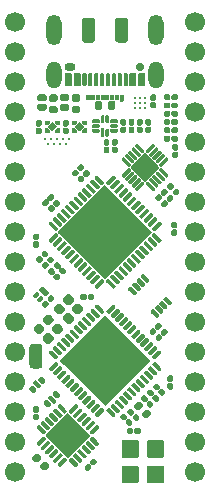
<source format=gts>
G04 #@! TF.GenerationSoftware,KiCad,Pcbnew,5.1.10-1.fc34*
G04 #@! TF.CreationDate,2021-05-13T21:06:21+02:00*
G04 #@! TF.ProjectId,reDIP-SX,72654449-502d-4535-982e-6b696361645f,0.3*
G04 #@! TF.SameCoordinates,PX5e28010PY8011a50*
G04 #@! TF.FileFunction,Soldermask,Top*
G04 #@! TF.FilePolarity,Negative*
%FSLAX46Y46*%
G04 Gerber Fmt 4.6, Leading zero omitted, Abs format (unit mm)*
G04 Created by KiCad (PCBNEW 5.1.10-1.fc34) date 2021-05-13 21:06:21*
%MOMM*%
%LPD*%
G01*
G04 APERTURE LIST*
%ADD10O,1.300000X2.600000*%
%ADD11O,1.300000X2.300000*%
%ADD12O,0.700000X0.700000*%
%ADD13O,0.950000X0.700000*%
%ADD14C,0.300000*%
%ADD15C,0.350000*%
%ADD16C,0.250000*%
%ADD17C,1.700000*%
G04 APERTURE END LIST*
G04 #@! TO.C,C28*
G36*
G01*
X3953327Y19070104D02*
X4130104Y18893327D01*
G75*
G02*
X4130104Y18716551I-88388J-88388D01*
G01*
X3910901Y18497348D01*
G75*
G02*
X3734125Y18497348I-88388J88388D01*
G01*
X3557348Y18674125D01*
G75*
G02*
X3557348Y18850901I88388J88388D01*
G01*
X3776551Y19070104D01*
G75*
G02*
X3953327Y19070104I88388J-88388D01*
G01*
G37*
G36*
G01*
X4405875Y19522652D02*
X4582652Y19345875D01*
G75*
G02*
X4582652Y19169099I-88388J-88388D01*
G01*
X4363449Y18949896D01*
G75*
G02*
X4186673Y18949896I-88388J88388D01*
G01*
X4009896Y19126673D01*
G75*
G02*
X4009896Y19303449I88388J88388D01*
G01*
X4229099Y19522652D01*
G75*
G02*
X4405875Y19522652I88388J-88388D01*
G01*
G37*
G04 #@! TD*
G04 #@! TO.C,U11*
G36*
G01*
X13821370Y15967868D02*
X13962792Y16109290D01*
G75*
G02*
X14104214Y16109290I70711J-70711D01*
G01*
X14528478Y15685026D01*
G75*
G02*
X14528478Y15543604I-70711J-70711D01*
G01*
X14387056Y15402182D01*
G75*
G02*
X14245634Y15402182I-70711J70711D01*
G01*
X13821370Y15826446D01*
G75*
G02*
X13821370Y15967868I70711J70711D01*
G01*
G37*
G36*
G01*
X13467817Y15614315D02*
X13609239Y15755737D01*
G75*
G02*
X13750661Y15755737I70711J-70711D01*
G01*
X14174925Y15331473D01*
G75*
G02*
X14174925Y15190051I-70711J-70711D01*
G01*
X14033503Y15048629D01*
G75*
G02*
X13892081Y15048629I-70711J70711D01*
G01*
X13467817Y15472893D01*
G75*
G02*
X13467817Y15614315I70711J70711D01*
G01*
G37*
G36*
G01*
X13114263Y15260761D02*
X13255685Y15402183D01*
G75*
G02*
X13397107Y15402183I70711J-70711D01*
G01*
X13821371Y14977919D01*
G75*
G02*
X13821371Y14836497I-70711J-70711D01*
G01*
X13679949Y14695075D01*
G75*
G02*
X13538527Y14695075I-70711J70711D01*
G01*
X13114263Y15119339D01*
G75*
G02*
X13114263Y15260761I70711J70711D01*
G01*
G37*
G36*
G01*
X12760710Y14907208D02*
X12902132Y15048630D01*
G75*
G02*
X13043554Y15048630I70711J-70711D01*
G01*
X13467818Y14624366D01*
G75*
G02*
X13467818Y14482944I-70711J-70711D01*
G01*
X13326396Y14341522D01*
G75*
G02*
X13184974Y14341522I-70711J70711D01*
G01*
X12760710Y14765786D01*
G75*
G02*
X12760710Y14907208I70711J70711D01*
G01*
G37*
G36*
G01*
X10851522Y16816396D02*
X10992944Y16957818D01*
G75*
G02*
X11134366Y16957818I70711J-70711D01*
G01*
X11558630Y16533554D01*
G75*
G02*
X11558630Y16392132I-70711J-70711D01*
G01*
X11417208Y16250710D01*
G75*
G02*
X11275786Y16250710I-70711J70711D01*
G01*
X10851522Y16674974D01*
G75*
G02*
X10851522Y16816396I70711J70711D01*
G01*
G37*
G36*
G01*
X11205075Y17169949D02*
X11346497Y17311371D01*
G75*
G02*
X11487919Y17311371I70711J-70711D01*
G01*
X11912183Y16887107D01*
G75*
G02*
X11912183Y16745685I-70711J-70711D01*
G01*
X11770761Y16604263D01*
G75*
G02*
X11629339Y16604263I-70711J70711D01*
G01*
X11205075Y17028527D01*
G75*
G02*
X11205075Y17169949I70711J70711D01*
G01*
G37*
G36*
G01*
X11558629Y17523503D02*
X11700051Y17664925D01*
G75*
G02*
X11841473Y17664925I70711J-70711D01*
G01*
X12265737Y17240661D01*
G75*
G02*
X12265737Y17099239I-70711J-70711D01*
G01*
X12124315Y16957817D01*
G75*
G02*
X11982893Y16957817I-70711J70711D01*
G01*
X11558629Y17382081D01*
G75*
G02*
X11558629Y17523503I70711J70711D01*
G01*
G37*
G36*
G01*
X11912182Y17877056D02*
X12053604Y18018478D01*
G75*
G02*
X12195026Y18018478I70711J-70711D01*
G01*
X12619290Y17594214D01*
G75*
G02*
X12619290Y17452792I-70711J-70711D01*
G01*
X12477868Y17311370D01*
G75*
G02*
X12336446Y17311370I-70711J70711D01*
G01*
X11912182Y17735634D01*
G75*
G02*
X11912182Y17877056I70711J70711D01*
G01*
G37*
G04 #@! TD*
G04 #@! TO.C,R10*
G36*
G01*
X6473327Y26880104D02*
X6650104Y26703327D01*
G75*
G02*
X6650104Y26526551I-88388J-88388D01*
G01*
X6430901Y26307348D01*
G75*
G02*
X6254125Y26307348I-88388J88388D01*
G01*
X6077348Y26484125D01*
G75*
G02*
X6077348Y26660901I88388J88388D01*
G01*
X6296551Y26880104D01*
G75*
G02*
X6473327Y26880104I88388J-88388D01*
G01*
G37*
G36*
G01*
X6925875Y27332652D02*
X7102652Y27155875D01*
G75*
G02*
X7102652Y26979099I-88388J-88388D01*
G01*
X6883449Y26759896D01*
G75*
G02*
X6706673Y26759896I-88388J88388D01*
G01*
X6529896Y26936673D01*
G75*
G02*
X6529896Y27113449I88388J88388D01*
G01*
X6749099Y27332652D01*
G75*
G02*
X6925875Y27332652I88388J-88388D01*
G01*
G37*
G04 #@! TD*
G04 #@! TO.C,J1*
G36*
G01*
X6100000Y34959400D02*
X6100000Y34020600D01*
G75*
G02*
X6019400Y33940000I-80600J0D01*
G01*
X5560600Y33940000D01*
G75*
G02*
X5480000Y34020600I0J80600D01*
G01*
X5480000Y34959400D01*
G75*
G02*
X5560600Y35040000I80600J0D01*
G01*
X6019400Y35040000D01*
G75*
G02*
X6100000Y34959400I0J-80600D01*
G01*
G37*
G36*
G01*
X6850000Y34959400D02*
X6850000Y34020600D01*
G75*
G02*
X6769400Y33940000I-80600J0D01*
G01*
X6310600Y33940000D01*
G75*
G02*
X6230000Y34020600I0J80600D01*
G01*
X6230000Y34959400D01*
G75*
G02*
X6310600Y35040000I80600J0D01*
G01*
X6769400Y35040000D01*
G75*
G02*
X6850000Y34959400I0J-80600D01*
G01*
G37*
G36*
G01*
X11550000Y34959400D02*
X11550000Y34020600D01*
G75*
G02*
X11469400Y33940000I-80600J0D01*
G01*
X11010600Y33940000D01*
G75*
G02*
X10930000Y34020600I0J80600D01*
G01*
X10930000Y34959400D01*
G75*
G02*
X11010600Y35040000I80600J0D01*
G01*
X11469400Y35040000D01*
G75*
G02*
X11550000Y34959400I0J-80600D01*
G01*
G37*
G36*
G01*
X12300000Y34959400D02*
X12300000Y34020600D01*
G75*
G02*
X12219400Y33940000I-80600J0D01*
G01*
X11760600Y33940000D01*
G75*
G02*
X11680000Y34020600I0J80600D01*
G01*
X11680000Y34959400D01*
G75*
G02*
X11760600Y35040000I80600J0D01*
G01*
X12219400Y35040000D01*
G75*
G02*
X12300000Y34959400I0J-80600D01*
G01*
G37*
G36*
G01*
X10840000Y39520000D02*
X10840000Y37860000D01*
G75*
G02*
X10620000Y37640000I-220000J0D01*
G01*
X9960000Y37640000D01*
G75*
G02*
X9740000Y37860000I0J220000D01*
G01*
X9740000Y39520000D01*
G75*
G02*
X9960000Y39740000I220000J0D01*
G01*
X10620000Y39740000D01*
G75*
G02*
X10840000Y39520000I0J-220000D01*
G01*
G37*
G36*
G01*
X8040000Y39520000D02*
X8040000Y37860000D01*
G75*
G02*
X7820000Y37640000I-220000J0D01*
G01*
X7160000Y37640000D01*
G75*
G02*
X6940000Y37860000I0J220000D01*
G01*
X6940000Y39520000D01*
G75*
G02*
X7160000Y39740000I220000J0D01*
G01*
X7820000Y39740000D01*
G75*
G02*
X8040000Y39520000I0J-220000D01*
G01*
G37*
D10*
X13210000Y38690000D03*
X4570000Y38690000D03*
D11*
X13210000Y34865000D03*
X4570000Y34865000D03*
D12*
X11890000Y35590000D03*
D13*
X5890000Y35590000D03*
G36*
G01*
X12300000Y34959400D02*
X12300000Y34020600D01*
G75*
G02*
X12219400Y33940000I-80600J0D01*
G01*
X11760600Y33940000D01*
G75*
G02*
X11680000Y34020600I0J80600D01*
G01*
X11680000Y34959400D01*
G75*
G02*
X11760600Y35040000I80600J0D01*
G01*
X12219400Y35040000D01*
G75*
G02*
X12300000Y34959400I0J-80600D01*
G01*
G37*
G36*
G01*
X11550000Y34959400D02*
X11550000Y34020600D01*
G75*
G02*
X11469400Y33940000I-80600J0D01*
G01*
X11010600Y33940000D01*
G75*
G02*
X10930000Y34020600I0J80600D01*
G01*
X10930000Y34959400D01*
G75*
G02*
X11010600Y35040000I80600J0D01*
G01*
X11469400Y35040000D01*
G75*
G02*
X11550000Y34959400I0J-80600D01*
G01*
G37*
G36*
G01*
X6100000Y34959400D02*
X6100000Y34020600D01*
G75*
G02*
X6019400Y33940000I-80600J0D01*
G01*
X5560600Y33940000D01*
G75*
G02*
X5480000Y34020600I0J80600D01*
G01*
X5480000Y34959400D01*
G75*
G02*
X5560600Y35040000I80600J0D01*
G01*
X6019400Y35040000D01*
G75*
G02*
X6100000Y34959400I0J-80600D01*
G01*
G37*
G36*
G01*
X6850000Y34959400D02*
X6850000Y34020600D01*
G75*
G02*
X6769400Y33940000I-80600J0D01*
G01*
X6310600Y33940000D01*
G75*
G02*
X6230000Y34020600I0J80600D01*
G01*
X6230000Y34959400D01*
G75*
G02*
X6310600Y35040000I80600J0D01*
G01*
X6769400Y35040000D01*
G75*
G02*
X6850000Y34959400I0J-80600D01*
G01*
G37*
G36*
G01*
X10825000Y34947500D02*
X10825000Y34032500D01*
G75*
G02*
X10732500Y33940000I-92500J0D01*
G01*
X10547500Y33940000D01*
G75*
G02*
X10455000Y34032500I0J92500D01*
G01*
X10455000Y34947500D01*
G75*
G02*
X10547500Y35040000I92500J0D01*
G01*
X10732500Y35040000D01*
G75*
G02*
X10825000Y34947500I0J-92500D01*
G01*
G37*
G36*
G01*
X10325000Y34947500D02*
X10325000Y34032500D01*
G75*
G02*
X10232500Y33940000I-92500J0D01*
G01*
X10047500Y33940000D01*
G75*
G02*
X9955000Y34032500I0J92500D01*
G01*
X9955000Y34947500D01*
G75*
G02*
X10047500Y35040000I92500J0D01*
G01*
X10232500Y35040000D01*
G75*
G02*
X10325000Y34947500I0J-92500D01*
G01*
G37*
G36*
G01*
X9825000Y34947500D02*
X9825000Y34032500D01*
G75*
G02*
X9732500Y33940000I-92500J0D01*
G01*
X9547500Y33940000D01*
G75*
G02*
X9455000Y34032500I0J92500D01*
G01*
X9455000Y34947500D01*
G75*
G02*
X9547500Y35040000I92500J0D01*
G01*
X9732500Y35040000D01*
G75*
G02*
X9825000Y34947500I0J-92500D01*
G01*
G37*
G36*
G01*
X9325000Y34947500D02*
X9325000Y34032500D01*
G75*
G02*
X9232500Y33940000I-92500J0D01*
G01*
X9047500Y33940000D01*
G75*
G02*
X8955000Y34032500I0J92500D01*
G01*
X8955000Y34947500D01*
G75*
G02*
X9047500Y35040000I92500J0D01*
G01*
X9232500Y35040000D01*
G75*
G02*
X9325000Y34947500I0J-92500D01*
G01*
G37*
G36*
G01*
X8825000Y34947500D02*
X8825000Y34032500D01*
G75*
G02*
X8732500Y33940000I-92500J0D01*
G01*
X8547500Y33940000D01*
G75*
G02*
X8455000Y34032500I0J92500D01*
G01*
X8455000Y34947500D01*
G75*
G02*
X8547500Y35040000I92500J0D01*
G01*
X8732500Y35040000D01*
G75*
G02*
X8825000Y34947500I0J-92500D01*
G01*
G37*
G36*
G01*
X8325000Y34947500D02*
X8325000Y34032500D01*
G75*
G02*
X8232500Y33940000I-92500J0D01*
G01*
X8047500Y33940000D01*
G75*
G02*
X7955000Y34032500I0J92500D01*
G01*
X7955000Y34947500D01*
G75*
G02*
X8047500Y35040000I92500J0D01*
G01*
X8232500Y35040000D01*
G75*
G02*
X8325000Y34947500I0J-92500D01*
G01*
G37*
G36*
G01*
X7825000Y34947500D02*
X7825000Y34032500D01*
G75*
G02*
X7732500Y33940000I-92500J0D01*
G01*
X7547500Y33940000D01*
G75*
G02*
X7455000Y34032500I0J92500D01*
G01*
X7455000Y34947500D01*
G75*
G02*
X7547500Y35040000I92500J0D01*
G01*
X7732500Y35040000D01*
G75*
G02*
X7825000Y34947500I0J-92500D01*
G01*
G37*
G36*
G01*
X7325000Y34947500D02*
X7325000Y34032500D01*
G75*
G02*
X7232500Y33940000I-92500J0D01*
G01*
X7047500Y33940000D01*
G75*
G02*
X6955000Y34032500I0J92500D01*
G01*
X6955000Y34947500D01*
G75*
G02*
X7047500Y35040000I92500J0D01*
G01*
X7232500Y35040000D01*
G75*
G02*
X7325000Y34947500I0J-92500D01*
G01*
G37*
G04 #@! TD*
G04 #@! TO.C,Q2*
G36*
G01*
X2970884Y15980590D02*
X2822392Y16129082D01*
G75*
G02*
X2822392Y16228076I49497J49497D01*
G01*
X3076950Y16482634D01*
G75*
G02*
X3175944Y16482634I49497J-49497D01*
G01*
X3324436Y16334142D01*
G75*
G02*
X3324436Y16235148I-49497J-49497D01*
G01*
X3069878Y15980590D01*
G75*
G02*
X2970884Y15980590I-49497J49497D01*
G01*
G37*
G36*
G01*
X3289082Y15662392D02*
X3140590Y15810884D01*
G75*
G02*
X3140590Y15909878I49497J49497D01*
G01*
X3395148Y16164436D01*
G75*
G02*
X3494142Y16164436I49497J-49497D01*
G01*
X3642634Y16015944D01*
G75*
G02*
X3642634Y15916950I-49497J-49497D01*
G01*
X3388076Y15662392D01*
G75*
G02*
X3289082Y15662392I-49497J49497D01*
G01*
G37*
G36*
G01*
X3789359Y16152062D02*
X3312062Y16629359D01*
G75*
G02*
X3312062Y16717747I44194J44194D01*
G01*
X3577227Y16982912D01*
G75*
G02*
X3665615Y16982912I44194J-44194D01*
G01*
X4142912Y16505615D01*
G75*
G02*
X4142912Y16417227I-44194J-44194D01*
G01*
X3877747Y16152062D01*
G75*
G02*
X3789359Y16152062I-44194J44194D01*
G01*
G37*
G04 #@! TD*
G04 #@! TO.C,Q1*
G36*
G01*
X3084990Y8132808D02*
X2917052Y7964870D01*
G75*
G02*
X2749114Y7964870I-83969J83969D01*
G01*
X2492788Y8221196D01*
G75*
G02*
X2492788Y8389134I83969J83969D01*
G01*
X2660726Y8557072D01*
G75*
G02*
X2828664Y8557072I83969J-83969D01*
G01*
X3084990Y8300746D01*
G75*
G02*
X3084990Y8132808I-83969J-83969D01*
G01*
G37*
G36*
G01*
X3845130Y8892948D02*
X3677192Y8725010D01*
G75*
G02*
X3509254Y8725010I-83969J83969D01*
G01*
X3252928Y8981336D01*
G75*
G02*
X3252928Y9149274I83969J83969D01*
G01*
X3420866Y9317212D01*
G75*
G02*
X3588804Y9317212I83969J-83969D01*
G01*
X3845130Y9060886D01*
G75*
G02*
X3845130Y8892948I-83969J-83969D01*
G01*
G37*
G36*
G01*
X4759950Y7191471D02*
X4618529Y7050050D01*
G75*
G02*
X4477107Y7050050I-70711J70711D01*
G01*
X4088198Y7438959D01*
G75*
G02*
X4088198Y7580381I70711J70711D01*
G01*
X4229619Y7721802D01*
G75*
G02*
X4371041Y7721802I70711J-70711D01*
G01*
X4759950Y7332893D01*
G75*
G02*
X4759950Y7191471I-70711J-70711D01*
G01*
G37*
G36*
G01*
X3451802Y8499619D02*
X3310381Y8358198D01*
G75*
G02*
X3168959Y8358198I-70711J70711D01*
G01*
X2780050Y8747107D01*
G75*
G02*
X2780050Y8888529I70711J70711D01*
G01*
X2921471Y9029950D01*
G75*
G02*
X3062893Y9029950I70711J-70711D01*
G01*
X3451802Y8641041D01*
G75*
G02*
X3451802Y8499619I-70711J-70711D01*
G01*
G37*
G36*
G01*
X5047212Y7690866D02*
X4879274Y7522928D01*
G75*
G02*
X4711336Y7522928I-83969J83969D01*
G01*
X4455010Y7779254D01*
G75*
G02*
X4455010Y7947192I83969J83969D01*
G01*
X4622948Y8115130D01*
G75*
G02*
X4790886Y8115130I83969J-83969D01*
G01*
X5047212Y7858804D01*
G75*
G02*
X5047212Y7690866I-83969J-83969D01*
G01*
G37*
G36*
G01*
X4287072Y6930726D02*
X4119134Y6762788D01*
G75*
G02*
X3951196Y6762788I-83969J83969D01*
G01*
X3694870Y7019114D01*
G75*
G02*
X3694870Y7187052I83969J83969D01*
G01*
X3862808Y7354990D01*
G75*
G02*
X4030746Y7354990I83969J-83969D01*
G01*
X4287072Y7098664D01*
G75*
G02*
X4287072Y6930726I-83969J-83969D01*
G01*
G37*
G04 #@! TD*
G04 #@! TO.C,U3*
G36*
G01*
X8361750Y30007500D02*
X7861250Y30007500D01*
G75*
G02*
X7780000Y30088750I0J81250D01*
G01*
X7780000Y30251250D01*
G75*
G02*
X7861250Y30332500I81250J0D01*
G01*
X8361750Y30332500D01*
G75*
G02*
X8443000Y30251250I0J-81250D01*
G01*
X8443000Y30088750D01*
G75*
G02*
X8361750Y30007500I-81250J0D01*
G01*
G37*
G36*
G01*
X8361750Y30407500D02*
X7861250Y30407500D01*
G75*
G02*
X7780000Y30488750I0J81250D01*
G01*
X7780000Y30651250D01*
G75*
G02*
X7861250Y30732500I81250J0D01*
G01*
X8361750Y30732500D01*
G75*
G02*
X8443000Y30651250I0J-81250D01*
G01*
X8443000Y30488750D01*
G75*
G02*
X8361750Y30407500I-81250J0D01*
G01*
G37*
G36*
G01*
X8361750Y30807500D02*
X7861250Y30807500D01*
G75*
G02*
X7780000Y30888750I0J81250D01*
G01*
X7780000Y31051250D01*
G75*
G02*
X7861250Y31132500I81250J0D01*
G01*
X8361750Y31132500D01*
G75*
G02*
X8443000Y31051250I0J-81250D01*
G01*
X8443000Y30888750D01*
G75*
G02*
X8361750Y30807500I-81250J0D01*
G01*
G37*
G36*
G01*
X8842500Y31388750D02*
X8842500Y30888250D01*
G75*
G02*
X8761250Y30807000I-81250J0D01*
G01*
X8598750Y30807000D01*
G75*
G02*
X8517500Y30888250I0J81250D01*
G01*
X8517500Y31388750D01*
G75*
G02*
X8598750Y31470000I81250J0D01*
G01*
X8761250Y31470000D01*
G75*
G02*
X8842500Y31388750I0J-81250D01*
G01*
G37*
G36*
G01*
X9242500Y31388750D02*
X9242500Y30888250D01*
G75*
G02*
X9161250Y30807000I-81250J0D01*
G01*
X8998750Y30807000D01*
G75*
G02*
X8917500Y30888250I0J81250D01*
G01*
X8917500Y31388750D01*
G75*
G02*
X8998750Y31470000I81250J0D01*
G01*
X9161250Y31470000D01*
G75*
G02*
X9242500Y31388750I0J-81250D01*
G01*
G37*
G36*
G01*
X9898750Y30807500D02*
X9398250Y30807500D01*
G75*
G02*
X9317000Y30888750I0J81250D01*
G01*
X9317000Y31051250D01*
G75*
G02*
X9398250Y31132500I81250J0D01*
G01*
X9898750Y31132500D01*
G75*
G02*
X9980000Y31051250I0J-81250D01*
G01*
X9980000Y30888750D01*
G75*
G02*
X9898750Y30807500I-81250J0D01*
G01*
G37*
G36*
G01*
X9898750Y30407500D02*
X9398250Y30407500D01*
G75*
G02*
X9317000Y30488750I0J81250D01*
G01*
X9317000Y30651250D01*
G75*
G02*
X9398250Y30732500I81250J0D01*
G01*
X9898750Y30732500D01*
G75*
G02*
X9980000Y30651250I0J-81250D01*
G01*
X9980000Y30488750D01*
G75*
G02*
X9898750Y30407500I-81250J0D01*
G01*
G37*
G36*
G01*
X9898750Y30007500D02*
X9398250Y30007500D01*
G75*
G02*
X9317000Y30088750I0J81250D01*
G01*
X9317000Y30251250D01*
G75*
G02*
X9398250Y30332500I81250J0D01*
G01*
X9898750Y30332500D01*
G75*
G02*
X9980000Y30251250I0J-81250D01*
G01*
X9980000Y30088750D01*
G75*
G02*
X9898750Y30007500I-81250J0D01*
G01*
G37*
G36*
G01*
X9242500Y30251750D02*
X9242500Y29751250D01*
G75*
G02*
X9161250Y29670000I-81250J0D01*
G01*
X8998750Y29670000D01*
G75*
G02*
X8917500Y29751250I0J81250D01*
G01*
X8917500Y30251750D01*
G75*
G02*
X8998750Y30333000I81250J0D01*
G01*
X9161250Y30333000D01*
G75*
G02*
X9242500Y30251750I0J-81250D01*
G01*
G37*
G36*
G01*
X8842500Y30351750D02*
X8842500Y29751250D01*
G75*
G02*
X8761250Y29670000I-81250J0D01*
G01*
X8598750Y29670000D01*
G75*
G02*
X8517500Y29751250I0J81250D01*
G01*
X8517500Y30351750D01*
G75*
G02*
X8598750Y30433000I81250J0D01*
G01*
X8761250Y30433000D01*
G75*
G02*
X8842500Y30351750I0J-81250D01*
G01*
G37*
G04 #@! TD*
G04 #@! TO.C,D3*
G36*
G01*
X10465000Y33170000D02*
X10465000Y32710000D01*
G75*
G02*
X10395000Y32640000I-70000J0D01*
G01*
X10185000Y32640000D01*
G75*
G02*
X10115000Y32710000I0J70000D01*
G01*
X10115000Y33170000D01*
G75*
G02*
X10185000Y33240000I70000J0D01*
G01*
X10395000Y33240000D01*
G75*
G02*
X10465000Y33170000I0J-70000D01*
G01*
G37*
G36*
G01*
X8065000Y33170000D02*
X8065000Y32810000D01*
G75*
G02*
X7995000Y32740000I-70000J0D01*
G01*
X7785000Y32740000D01*
G75*
G02*
X7715000Y32810000I0J70000D01*
G01*
X7715000Y33170000D01*
G75*
G02*
X7785000Y33240000I70000J0D01*
G01*
X7995000Y33240000D01*
G75*
G02*
X8065000Y33170000I0J-70000D01*
G01*
G37*
G36*
G01*
X10065000Y33170000D02*
X10065000Y32810000D01*
G75*
G02*
X9995000Y32740000I-70000J0D01*
G01*
X9785000Y32740000D01*
G75*
G02*
X9715000Y32810000I0J70000D01*
G01*
X9715000Y33170000D01*
G75*
G02*
X9785000Y33240000I70000J0D01*
G01*
X9995000Y33240000D01*
G75*
G02*
X10065000Y33170000I0J-70000D01*
G01*
G37*
G36*
G01*
X8465000Y33170000D02*
X8465000Y32810000D01*
G75*
G02*
X8395000Y32740000I-70000J0D01*
G01*
X8185000Y32740000D01*
G75*
G02*
X8115000Y32810000I0J70000D01*
G01*
X8115000Y33170000D01*
G75*
G02*
X8185000Y33240000I70000J0D01*
G01*
X8395000Y33240000D01*
G75*
G02*
X8465000Y33170000I0J-70000D01*
G01*
G37*
G36*
G01*
X9665000Y33170000D02*
X9665000Y32810000D01*
G75*
G02*
X9595000Y32740000I-70000J0D01*
G01*
X9385000Y32740000D01*
G75*
G02*
X9315000Y32810000I0J70000D01*
G01*
X9315000Y33170000D01*
G75*
G02*
X9385000Y33240000I70000J0D01*
G01*
X9595000Y33240000D01*
G75*
G02*
X9665000Y33170000I0J-70000D01*
G01*
G37*
G36*
G01*
X8865000Y33170000D02*
X8865000Y32810000D01*
G75*
G02*
X8795000Y32740000I-70000J0D01*
G01*
X8585000Y32740000D01*
G75*
G02*
X8515000Y32810000I0J70000D01*
G01*
X8515000Y33170000D01*
G75*
G02*
X8585000Y33240000I70000J0D01*
G01*
X8795000Y33240000D01*
G75*
G02*
X8865000Y33170000I0J-70000D01*
G01*
G37*
G36*
G01*
X9265000Y33170000D02*
X9265000Y32810000D01*
G75*
G02*
X9195000Y32740000I-70000J0D01*
G01*
X8985000Y32740000D01*
G75*
G02*
X8915000Y32810000I0J70000D01*
G01*
X8915000Y33170000D01*
G75*
G02*
X8985000Y33240000I70000J0D01*
G01*
X9195000Y33240000D01*
G75*
G02*
X9265000Y33170000I0J-70000D01*
G01*
G37*
G36*
G01*
X7665000Y33170000D02*
X7665000Y32810000D01*
G75*
G02*
X7595000Y32740000I-70000J0D01*
G01*
X7385000Y32740000D01*
G75*
G02*
X7315000Y32810000I0J70000D01*
G01*
X7315000Y33170000D01*
G75*
G02*
X7385000Y33240000I70000J0D01*
G01*
X7595000Y33240000D01*
G75*
G02*
X7665000Y33170000I0J-70000D01*
G01*
G37*
G36*
G01*
X9770000Y32570000D02*
X9770000Y32060000D01*
G75*
G02*
X9650000Y31940000I-120000J0D01*
G01*
X9290000Y31940000D01*
G75*
G02*
X9170000Y32060000I0J120000D01*
G01*
X9170000Y32570000D01*
G75*
G02*
X9290000Y32690000I120000J0D01*
G01*
X9650000Y32690000D01*
G75*
G02*
X9770000Y32570000I0J-120000D01*
G01*
G37*
G36*
G01*
X8610000Y32570000D02*
X8610000Y32060000D01*
G75*
G02*
X8490000Y31940000I-120000J0D01*
G01*
X8130000Y31940000D01*
G75*
G02*
X8010000Y32060000I0J120000D01*
G01*
X8010000Y32570000D01*
G75*
G02*
X8130000Y32690000I120000J0D01*
G01*
X8490000Y32690000D01*
G75*
G02*
X8610000Y32570000I0J-120000D01*
G01*
G37*
G04 #@! TD*
G04 #@! TO.C,AE1*
G36*
G01*
X10290000Y2572500D02*
X10290000Y3877500D01*
G75*
G02*
X10362500Y3950000I72500J0D01*
G01*
X11667500Y3950000D01*
G75*
G02*
X11740000Y3877500I0J-72500D01*
G01*
X11740000Y2572500D01*
G75*
G02*
X11667500Y2500000I-72500J0D01*
G01*
X10362500Y2500000D01*
G75*
G02*
X10290000Y2572500I0J72500D01*
G01*
G37*
G36*
G01*
X12440000Y2572500D02*
X12440000Y3877500D01*
G75*
G02*
X12512500Y3950000I72500J0D01*
G01*
X13817500Y3950000D01*
G75*
G02*
X13890000Y3877500I0J-72500D01*
G01*
X13890000Y2572500D01*
G75*
G02*
X13817500Y2500000I-72500J0D01*
G01*
X12512500Y2500000D01*
G75*
G02*
X12440000Y2572500I0J72500D01*
G01*
G37*
G36*
G01*
X12440000Y422500D02*
X12440000Y1727500D01*
G75*
G02*
X12512500Y1800000I72500J0D01*
G01*
X13817500Y1800000D01*
G75*
G02*
X13890000Y1727500I0J-72500D01*
G01*
X13890000Y422500D01*
G75*
G02*
X13817500Y350000I-72500J0D01*
G01*
X12512500Y350000D01*
G75*
G02*
X12440000Y422500I0J72500D01*
G01*
G37*
G36*
G01*
X10290000Y422500D02*
X10290000Y1727500D01*
G75*
G02*
X10362500Y1800000I72500J0D01*
G01*
X11667500Y1800000D01*
G75*
G02*
X11740000Y1727500I0J-72500D01*
G01*
X11740000Y422500D01*
G75*
G02*
X11667500Y350000I-72500J0D01*
G01*
X10362500Y350000D01*
G75*
G02*
X10290000Y422500I0J72500D01*
G01*
G37*
G04 #@! TD*
D14*
G04 #@! TO.C,U7*
X12240000Y32940000D03*
X11840000Y32940000D03*
X11440000Y32940000D03*
X12240000Y32540000D03*
X11840000Y32540000D03*
X11440000Y32540000D03*
X12240000Y32140000D03*
X11840000Y32140000D03*
X11440000Y32140000D03*
G04 #@! TD*
D15*
G04 #@! TO.C,U1*
G36*
X7379039Y30710245D02*
G01*
X7376194Y30700866D01*
X7371573Y30692221D01*
X7365355Y30684645D01*
X7357779Y30678427D01*
X7349134Y30673806D01*
X7339755Y30670961D01*
X7330000Y30670000D01*
X7130000Y30670000D01*
X7120245Y30670961D01*
X7110866Y30673806D01*
X7102221Y30678427D01*
X7094645Y30684645D01*
X6944645Y30834645D01*
X6938427Y30842221D01*
X6933806Y30850866D01*
X6930961Y30860245D01*
X6930000Y30870000D01*
X6930000Y30970000D01*
X6930961Y30979755D01*
X6933806Y30989134D01*
X6938427Y30997779D01*
X6944645Y31005355D01*
X6952221Y31011573D01*
X6960866Y31016194D01*
X6970245Y31019039D01*
X6980000Y31020000D01*
X7330000Y31020000D01*
X7339755Y31019039D01*
X7349134Y31016194D01*
X7357779Y31011573D01*
X7365355Y31005355D01*
X7371573Y30997779D01*
X7376194Y30989134D01*
X7379039Y30979755D01*
X7380000Y30970000D01*
X7380000Y30720000D01*
X7379039Y30710245D01*
G37*
G36*
X6930961Y30179755D02*
G01*
X6933806Y30189134D01*
X6938427Y30197779D01*
X6944645Y30205355D01*
X7094645Y30355355D01*
X7102221Y30361573D01*
X7110866Y30366194D01*
X7120245Y30369039D01*
X7130000Y30370000D01*
X7330000Y30370000D01*
X7339755Y30369039D01*
X7349134Y30366194D01*
X7357779Y30361573D01*
X7365355Y30355355D01*
X7371573Y30347779D01*
X7376194Y30339134D01*
X7379039Y30329755D01*
X7380000Y30320000D01*
X7380000Y30070000D01*
X7379039Y30060245D01*
X7376194Y30050866D01*
X7371573Y30042221D01*
X7365355Y30034645D01*
X7357779Y30028427D01*
X7349134Y30023806D01*
X7339755Y30020961D01*
X7330000Y30020000D01*
X6980000Y30020000D01*
X6970245Y30020961D01*
X6960866Y30023806D01*
X6952221Y30028427D01*
X6944645Y30034645D01*
X6938427Y30042221D01*
X6933806Y30050866D01*
X6930961Y30060245D01*
X6930000Y30070000D01*
X6930000Y30170000D01*
X6930961Y30179755D01*
G37*
G36*
X6529039Y30860245D02*
G01*
X6526194Y30850866D01*
X6521573Y30842221D01*
X6515355Y30834645D01*
X6365355Y30684645D01*
X6357779Y30678427D01*
X6349134Y30673806D01*
X6339755Y30670961D01*
X6330000Y30670000D01*
X6130000Y30670000D01*
X6120245Y30670961D01*
X6110866Y30673806D01*
X6102221Y30678427D01*
X6094645Y30684645D01*
X6088427Y30692221D01*
X6083806Y30700866D01*
X6080961Y30710245D01*
X6080000Y30720000D01*
X6080000Y30970000D01*
X6080961Y30979755D01*
X6083806Y30989134D01*
X6088427Y30997779D01*
X6094645Y31005355D01*
X6102221Y31011573D01*
X6110866Y31016194D01*
X6120245Y31019039D01*
X6130000Y31020000D01*
X6480000Y31020000D01*
X6489755Y31019039D01*
X6499134Y31016194D01*
X6507779Y31011573D01*
X6515355Y31005355D01*
X6521573Y30997779D01*
X6526194Y30989134D01*
X6529039Y30979755D01*
X6530000Y30970000D01*
X6530000Y30870000D01*
X6529039Y30860245D01*
G37*
G36*
X6080961Y30329755D02*
G01*
X6083806Y30339134D01*
X6088427Y30347779D01*
X6094645Y30355355D01*
X6102221Y30361573D01*
X6110866Y30366194D01*
X6120245Y30369039D01*
X6130000Y30370000D01*
X6330000Y30370000D01*
X6339755Y30369039D01*
X6349134Y30366194D01*
X6357779Y30361573D01*
X6365355Y30355355D01*
X6515355Y30205355D01*
X6521573Y30197779D01*
X6526194Y30189134D01*
X6529039Y30179755D01*
X6530000Y30170000D01*
X6530000Y30070000D01*
X6529039Y30060245D01*
X6526194Y30050866D01*
X6521573Y30042221D01*
X6515355Y30034645D01*
X6507779Y30028427D01*
X6499134Y30023806D01*
X6489755Y30020961D01*
X6480000Y30020000D01*
X6130000Y30020000D01*
X6120245Y30020961D01*
X6110866Y30023806D01*
X6102221Y30028427D01*
X6094645Y30034645D01*
X6088427Y30042221D01*
X6083806Y30050866D01*
X6080961Y30060245D01*
X6080000Y30070000D01*
X6080000Y30320000D01*
X6080961Y30329755D01*
G37*
G36*
G01*
X6694645Y30145234D02*
X6355234Y30484645D01*
G75*
G02*
X6355234Y30555355I35355J35355D01*
G01*
X6694645Y30894766D01*
G75*
G02*
X6765355Y30894766I35355J-35355D01*
G01*
X7104766Y30555355D01*
G75*
G02*
X7104766Y30484645I-35355J-35355D01*
G01*
X6765355Y30145234D01*
G75*
G02*
X6694645Y30145234I-35355J35355D01*
G01*
G37*
G04 #@! TD*
D16*
G04 #@! TO.C,SolderMask D0.25mm*
X4580000Y29040000D03*
G04 #@! TD*
G04 #@! TO.C,SolderMask D0.25mm*
X4830000Y29470000D03*
G04 #@! TD*
G04 #@! TO.C,SolderMask D0.25mm*
X4330000Y29470000D03*
G04 #@! TD*
G04 #@! TO.C,SolderMask D0.25mm*
X5580000Y29040000D03*
G04 #@! TD*
G04 #@! TO.C,SolderMask D0.25mm*
X5080000Y29040000D03*
G04 #@! TD*
G04 #@! TO.C,SolderMask D0.25mm*
X5330000Y29470000D03*
G04 #@! TD*
G04 #@! TO.C,SolderMask D0.25mm*
X4080000Y29040000D03*
G04 #@! TD*
G04 #@! TO.C,SolderMask D0.25mm*
X5830000Y29470000D03*
G04 #@! TD*
G04 #@! TO.C,SolderMask D0.25mm*
X3830000Y29470000D03*
G04 #@! TD*
G04 #@! TO.C,R13*
G36*
G01*
X7196673Y26259896D02*
X7019896Y26436673D01*
G75*
G02*
X7019896Y26613449I88388J88388D01*
G01*
X7239099Y26832652D01*
G75*
G02*
X7415875Y26832652I88388J-88388D01*
G01*
X7592652Y26655875D01*
G75*
G02*
X7592652Y26479099I-88388J-88388D01*
G01*
X7373449Y26259896D01*
G75*
G02*
X7196673Y26259896I-88388J88388D01*
G01*
G37*
G36*
G01*
X6744125Y25807348D02*
X6567348Y25984125D01*
G75*
G02*
X6567348Y26160901I88388J88388D01*
G01*
X6786551Y26380104D01*
G75*
G02*
X6963327Y26380104I88388J-88388D01*
G01*
X7140104Y26203327D01*
G75*
G02*
X7140104Y26026551I-88388J-88388D01*
G01*
X6920901Y25807348D01*
G75*
G02*
X6744125Y25807348I-88388J88388D01*
G01*
G37*
G04 #@! TD*
D17*
G04 #@! TO.C,J5*
X1270000Y26670000D03*
X1270000Y29210000D03*
X1270000Y31750000D03*
X1270000Y34290000D03*
X1270000Y36830000D03*
X1270000Y39370000D03*
G04 #@! TD*
D15*
G04 #@! TO.C,U2*
G36*
X5069039Y30710245D02*
G01*
X5066194Y30700866D01*
X5061573Y30692221D01*
X5055355Y30684645D01*
X5047779Y30678427D01*
X5039134Y30673806D01*
X5029755Y30670961D01*
X5020000Y30670000D01*
X4820000Y30670000D01*
X4810245Y30670961D01*
X4800866Y30673806D01*
X4792221Y30678427D01*
X4784645Y30684645D01*
X4634645Y30834645D01*
X4628427Y30842221D01*
X4623806Y30850866D01*
X4620961Y30860245D01*
X4620000Y30870000D01*
X4620000Y30970000D01*
X4620961Y30979755D01*
X4623806Y30989134D01*
X4628427Y30997779D01*
X4634645Y31005355D01*
X4642221Y31011573D01*
X4650866Y31016194D01*
X4660245Y31019039D01*
X4670000Y31020000D01*
X5020000Y31020000D01*
X5029755Y31019039D01*
X5039134Y31016194D01*
X5047779Y31011573D01*
X5055355Y31005355D01*
X5061573Y30997779D01*
X5066194Y30989134D01*
X5069039Y30979755D01*
X5070000Y30970000D01*
X5070000Y30720000D01*
X5069039Y30710245D01*
G37*
G36*
X4620961Y30179755D02*
G01*
X4623806Y30189134D01*
X4628427Y30197779D01*
X4634645Y30205355D01*
X4784645Y30355355D01*
X4792221Y30361573D01*
X4800866Y30366194D01*
X4810245Y30369039D01*
X4820000Y30370000D01*
X5020000Y30370000D01*
X5029755Y30369039D01*
X5039134Y30366194D01*
X5047779Y30361573D01*
X5055355Y30355355D01*
X5061573Y30347779D01*
X5066194Y30339134D01*
X5069039Y30329755D01*
X5070000Y30320000D01*
X5070000Y30070000D01*
X5069039Y30060245D01*
X5066194Y30050866D01*
X5061573Y30042221D01*
X5055355Y30034645D01*
X5047779Y30028427D01*
X5039134Y30023806D01*
X5029755Y30020961D01*
X5020000Y30020000D01*
X4670000Y30020000D01*
X4660245Y30020961D01*
X4650866Y30023806D01*
X4642221Y30028427D01*
X4634645Y30034645D01*
X4628427Y30042221D01*
X4623806Y30050866D01*
X4620961Y30060245D01*
X4620000Y30070000D01*
X4620000Y30170000D01*
X4620961Y30179755D01*
G37*
G36*
X4219039Y30860245D02*
G01*
X4216194Y30850866D01*
X4211573Y30842221D01*
X4205355Y30834645D01*
X4055355Y30684645D01*
X4047779Y30678427D01*
X4039134Y30673806D01*
X4029755Y30670961D01*
X4020000Y30670000D01*
X3820000Y30670000D01*
X3810245Y30670961D01*
X3800866Y30673806D01*
X3792221Y30678427D01*
X3784645Y30684645D01*
X3778427Y30692221D01*
X3773806Y30700866D01*
X3770961Y30710245D01*
X3770000Y30720000D01*
X3770000Y30970000D01*
X3770961Y30979755D01*
X3773806Y30989134D01*
X3778427Y30997779D01*
X3784645Y31005355D01*
X3792221Y31011573D01*
X3800866Y31016194D01*
X3810245Y31019039D01*
X3820000Y31020000D01*
X4170000Y31020000D01*
X4179755Y31019039D01*
X4189134Y31016194D01*
X4197779Y31011573D01*
X4205355Y31005355D01*
X4211573Y30997779D01*
X4216194Y30989134D01*
X4219039Y30979755D01*
X4220000Y30970000D01*
X4220000Y30870000D01*
X4219039Y30860245D01*
G37*
G36*
X3770961Y30329755D02*
G01*
X3773806Y30339134D01*
X3778427Y30347779D01*
X3784645Y30355355D01*
X3792221Y30361573D01*
X3800866Y30366194D01*
X3810245Y30369039D01*
X3820000Y30370000D01*
X4020000Y30370000D01*
X4029755Y30369039D01*
X4039134Y30366194D01*
X4047779Y30361573D01*
X4055355Y30355355D01*
X4205355Y30205355D01*
X4211573Y30197779D01*
X4216194Y30189134D01*
X4219039Y30179755D01*
X4220000Y30170000D01*
X4220000Y30070000D01*
X4219039Y30060245D01*
X4216194Y30050866D01*
X4211573Y30042221D01*
X4205355Y30034645D01*
X4197779Y30028427D01*
X4189134Y30023806D01*
X4179755Y30020961D01*
X4170000Y30020000D01*
X3820000Y30020000D01*
X3810245Y30020961D01*
X3800866Y30023806D01*
X3792221Y30028427D01*
X3784645Y30034645D01*
X3778427Y30042221D01*
X3773806Y30050866D01*
X3770961Y30060245D01*
X3770000Y30070000D01*
X3770000Y30320000D01*
X3770961Y30329755D01*
G37*
G36*
G01*
X4384645Y30145234D02*
X4045234Y30484645D01*
G75*
G02*
X4045234Y30555355I35355J35355D01*
G01*
X4384645Y30894766D01*
G75*
G02*
X4455355Y30894766I35355J-35355D01*
G01*
X4794766Y30555355D01*
G75*
G02*
X4794766Y30484645I-35355J-35355D01*
G01*
X4455355Y30145234D01*
G75*
G02*
X4384645Y30145234I-35355J35355D01*
G01*
G37*
G04 #@! TD*
G04 #@! TO.C,J9*
G36*
G01*
X2490000Y10315000D02*
X2490000Y11865000D01*
G75*
G02*
X2765000Y12140000I275000J0D01*
G01*
X3315000Y12140000D01*
G75*
G02*
X3590000Y11865000I0J-275000D01*
G01*
X3590000Y10315000D01*
G75*
G02*
X3315000Y10040000I-275000J0D01*
G01*
X2765000Y10040000D01*
G75*
G02*
X2490000Y10315000I0J275000D01*
G01*
G37*
G04 #@! TD*
G04 #@! TO.C,U8*
G36*
G01*
X8925355Y25585153D02*
X12885153Y21625355D01*
G75*
G02*
X12885153Y21554645I-35355J-35355D01*
G01*
X8925355Y17594847D01*
G75*
G02*
X8854645Y17594847I-35355J35355D01*
G01*
X4894847Y21554645D01*
G75*
G02*
X4894847Y21625355I35355J35355D01*
G01*
X8854645Y25585153D01*
G75*
G02*
X8925355Y25585153I35355J-35355D01*
G01*
G37*
G36*
G01*
X13106124Y21510451D02*
X13671810Y20944765D01*
G75*
G02*
X13671810Y20821021I-61872J-61872D01*
G01*
X13548066Y20697277D01*
G75*
G02*
X13424322Y20697277I-61872J61872D01*
G01*
X12858636Y21262963D01*
G75*
G02*
X12858636Y21386707I61872J61872D01*
G01*
X12982380Y21510451D01*
G75*
G02*
X13106124Y21510451I61872J-61872D01*
G01*
G37*
G36*
G01*
X12752571Y21156898D02*
X13318257Y20591212D01*
G75*
G02*
X13318257Y20467468I-61872J-61872D01*
G01*
X13194513Y20343724D01*
G75*
G02*
X13070769Y20343724I-61872J61872D01*
G01*
X12505083Y20909410D01*
G75*
G02*
X12505083Y21033154I61872J61872D01*
G01*
X12628827Y21156898D01*
G75*
G02*
X12752571Y21156898I61872J-61872D01*
G01*
G37*
G36*
G01*
X12399017Y20803344D02*
X12964703Y20237658D01*
G75*
G02*
X12964703Y20113914I-61872J-61872D01*
G01*
X12840959Y19990170D01*
G75*
G02*
X12717215Y19990170I-61872J61872D01*
G01*
X12151529Y20555856D01*
G75*
G02*
X12151529Y20679600I61872J61872D01*
G01*
X12275273Y20803344D01*
G75*
G02*
X12399017Y20803344I61872J-61872D01*
G01*
G37*
G36*
G01*
X12045464Y20449791D02*
X12611150Y19884105D01*
G75*
G02*
X12611150Y19760361I-61872J-61872D01*
G01*
X12487406Y19636617D01*
G75*
G02*
X12363662Y19636617I-61872J61872D01*
G01*
X11797976Y20202303D01*
G75*
G02*
X11797976Y20326047I61872J61872D01*
G01*
X11921720Y20449791D01*
G75*
G02*
X12045464Y20449791I61872J-61872D01*
G01*
G37*
G36*
G01*
X11691911Y20096238D02*
X12257597Y19530552D01*
G75*
G02*
X12257597Y19406808I-61872J-61872D01*
G01*
X12133853Y19283064D01*
G75*
G02*
X12010109Y19283064I-61872J61872D01*
G01*
X11444423Y19848750D01*
G75*
G02*
X11444423Y19972494I61872J61872D01*
G01*
X11568167Y20096238D01*
G75*
G02*
X11691911Y20096238I61872J-61872D01*
G01*
G37*
G36*
G01*
X11338357Y19742684D02*
X11904043Y19176998D01*
G75*
G02*
X11904043Y19053254I-61872J-61872D01*
G01*
X11780299Y18929510D01*
G75*
G02*
X11656555Y18929510I-61872J61872D01*
G01*
X11090869Y19495196D01*
G75*
G02*
X11090869Y19618940I61872J61872D01*
G01*
X11214613Y19742684D01*
G75*
G02*
X11338357Y19742684I61872J-61872D01*
G01*
G37*
G36*
G01*
X10984804Y19389131D02*
X11550490Y18823445D01*
G75*
G02*
X11550490Y18699701I-61872J-61872D01*
G01*
X11426746Y18575957D01*
G75*
G02*
X11303002Y18575957I-61872J61872D01*
G01*
X10737316Y19141643D01*
G75*
G02*
X10737316Y19265387I61872J61872D01*
G01*
X10861060Y19389131D01*
G75*
G02*
X10984804Y19389131I61872J-61872D01*
G01*
G37*
G36*
G01*
X10631250Y19035577D02*
X11196936Y18469891D01*
G75*
G02*
X11196936Y18346147I-61872J-61872D01*
G01*
X11073192Y18222403D01*
G75*
G02*
X10949448Y18222403I-61872J61872D01*
G01*
X10383762Y18788089D01*
G75*
G02*
X10383762Y18911833I61872J61872D01*
G01*
X10507506Y19035577D01*
G75*
G02*
X10631250Y19035577I61872J-61872D01*
G01*
G37*
G36*
G01*
X10277697Y18682024D02*
X10843383Y18116338D01*
G75*
G02*
X10843383Y17992594I-61872J-61872D01*
G01*
X10719639Y17868850D01*
G75*
G02*
X10595895Y17868850I-61872J61872D01*
G01*
X10030209Y18434536D01*
G75*
G02*
X10030209Y18558280I61872J61872D01*
G01*
X10153953Y18682024D01*
G75*
G02*
X10277697Y18682024I61872J-61872D01*
G01*
G37*
G36*
G01*
X9924144Y18328471D02*
X10489830Y17762785D01*
G75*
G02*
X10489830Y17639041I-61872J-61872D01*
G01*
X10366086Y17515297D01*
G75*
G02*
X10242342Y17515297I-61872J61872D01*
G01*
X9676656Y18080983D01*
G75*
G02*
X9676656Y18204727I61872J61872D01*
G01*
X9800400Y18328471D01*
G75*
G02*
X9924144Y18328471I61872J-61872D01*
G01*
G37*
G36*
G01*
X9570590Y17974917D02*
X10136276Y17409231D01*
G75*
G02*
X10136276Y17285487I-61872J-61872D01*
G01*
X10012532Y17161743D01*
G75*
G02*
X9888788Y17161743I-61872J61872D01*
G01*
X9323102Y17727429D01*
G75*
G02*
X9323102Y17851173I61872J61872D01*
G01*
X9446846Y17974917D01*
G75*
G02*
X9570590Y17974917I61872J-61872D01*
G01*
G37*
G36*
G01*
X9217037Y17621364D02*
X9782723Y17055678D01*
G75*
G02*
X9782723Y16931934I-61872J-61872D01*
G01*
X9658979Y16808190D01*
G75*
G02*
X9535235Y16808190I-61872J61872D01*
G01*
X8969549Y17373876D01*
G75*
G02*
X8969549Y17497620I61872J61872D01*
G01*
X9093293Y17621364D01*
G75*
G02*
X9217037Y17621364I61872J-61872D01*
G01*
G37*
G36*
G01*
X8686707Y17621364D02*
X8810451Y17497620D01*
G75*
G02*
X8810451Y17373876I-61872J-61872D01*
G01*
X8244765Y16808190D01*
G75*
G02*
X8121021Y16808190I-61872J61872D01*
G01*
X7997277Y16931934D01*
G75*
G02*
X7997277Y17055678I61872J61872D01*
G01*
X8562963Y17621364D01*
G75*
G02*
X8686707Y17621364I61872J-61872D01*
G01*
G37*
G36*
G01*
X8333154Y17974917D02*
X8456898Y17851173D01*
G75*
G02*
X8456898Y17727429I-61872J-61872D01*
G01*
X7891212Y17161743D01*
G75*
G02*
X7767468Y17161743I-61872J61872D01*
G01*
X7643724Y17285487D01*
G75*
G02*
X7643724Y17409231I61872J61872D01*
G01*
X8209410Y17974917D01*
G75*
G02*
X8333154Y17974917I61872J-61872D01*
G01*
G37*
G36*
G01*
X7979600Y18328471D02*
X8103344Y18204727D01*
G75*
G02*
X8103344Y18080983I-61872J-61872D01*
G01*
X7537658Y17515297D01*
G75*
G02*
X7413914Y17515297I-61872J61872D01*
G01*
X7290170Y17639041D01*
G75*
G02*
X7290170Y17762785I61872J61872D01*
G01*
X7855856Y18328471D01*
G75*
G02*
X7979600Y18328471I61872J-61872D01*
G01*
G37*
G36*
G01*
X7626047Y18682024D02*
X7749791Y18558280D01*
G75*
G02*
X7749791Y18434536I-61872J-61872D01*
G01*
X7184105Y17868850D01*
G75*
G02*
X7060361Y17868850I-61872J61872D01*
G01*
X6936617Y17992594D01*
G75*
G02*
X6936617Y18116338I61872J61872D01*
G01*
X7502303Y18682024D01*
G75*
G02*
X7626047Y18682024I61872J-61872D01*
G01*
G37*
G36*
G01*
X7272494Y19035577D02*
X7396238Y18911833D01*
G75*
G02*
X7396238Y18788089I-61872J-61872D01*
G01*
X6830552Y18222403D01*
G75*
G02*
X6706808Y18222403I-61872J61872D01*
G01*
X6583064Y18346147D01*
G75*
G02*
X6583064Y18469891I61872J61872D01*
G01*
X7148750Y19035577D01*
G75*
G02*
X7272494Y19035577I61872J-61872D01*
G01*
G37*
G36*
G01*
X6918940Y19389131D02*
X7042684Y19265387D01*
G75*
G02*
X7042684Y19141643I-61872J-61872D01*
G01*
X6476998Y18575957D01*
G75*
G02*
X6353254Y18575957I-61872J61872D01*
G01*
X6229510Y18699701D01*
G75*
G02*
X6229510Y18823445I61872J61872D01*
G01*
X6795196Y19389131D01*
G75*
G02*
X6918940Y19389131I61872J-61872D01*
G01*
G37*
G36*
G01*
X6565387Y19742684D02*
X6689131Y19618940D01*
G75*
G02*
X6689131Y19495196I-61872J-61872D01*
G01*
X6123445Y18929510D01*
G75*
G02*
X5999701Y18929510I-61872J61872D01*
G01*
X5875957Y19053254D01*
G75*
G02*
X5875957Y19176998I61872J61872D01*
G01*
X6441643Y19742684D01*
G75*
G02*
X6565387Y19742684I61872J-61872D01*
G01*
G37*
G36*
G01*
X6211833Y20096238D02*
X6335577Y19972494D01*
G75*
G02*
X6335577Y19848750I-61872J-61872D01*
G01*
X5769891Y19283064D01*
G75*
G02*
X5646147Y19283064I-61872J61872D01*
G01*
X5522403Y19406808D01*
G75*
G02*
X5522403Y19530552I61872J61872D01*
G01*
X6088089Y20096238D01*
G75*
G02*
X6211833Y20096238I61872J-61872D01*
G01*
G37*
G36*
G01*
X5858280Y20449791D02*
X5982024Y20326047D01*
G75*
G02*
X5982024Y20202303I-61872J-61872D01*
G01*
X5416338Y19636617D01*
G75*
G02*
X5292594Y19636617I-61872J61872D01*
G01*
X5168850Y19760361D01*
G75*
G02*
X5168850Y19884105I61872J61872D01*
G01*
X5734536Y20449791D01*
G75*
G02*
X5858280Y20449791I61872J-61872D01*
G01*
G37*
G36*
G01*
X5504727Y20803344D02*
X5628471Y20679600D01*
G75*
G02*
X5628471Y20555856I-61872J-61872D01*
G01*
X5062785Y19990170D01*
G75*
G02*
X4939041Y19990170I-61872J61872D01*
G01*
X4815297Y20113914D01*
G75*
G02*
X4815297Y20237658I61872J61872D01*
G01*
X5380983Y20803344D01*
G75*
G02*
X5504727Y20803344I61872J-61872D01*
G01*
G37*
G36*
G01*
X5151173Y21156898D02*
X5274917Y21033154D01*
G75*
G02*
X5274917Y20909410I-61872J-61872D01*
G01*
X4709231Y20343724D01*
G75*
G02*
X4585487Y20343724I-61872J61872D01*
G01*
X4461743Y20467468D01*
G75*
G02*
X4461743Y20591212I61872J61872D01*
G01*
X5027429Y21156898D01*
G75*
G02*
X5151173Y21156898I61872J-61872D01*
G01*
G37*
G36*
G01*
X4797620Y21510451D02*
X4921364Y21386707D01*
G75*
G02*
X4921364Y21262963I-61872J-61872D01*
G01*
X4355678Y20697277D01*
G75*
G02*
X4231934Y20697277I-61872J61872D01*
G01*
X4108190Y20821021D01*
G75*
G02*
X4108190Y20944765I61872J61872D01*
G01*
X4673876Y21510451D01*
G75*
G02*
X4797620Y21510451I61872J-61872D01*
G01*
G37*
G36*
G01*
X4355678Y22482723D02*
X4921364Y21917037D01*
G75*
G02*
X4921364Y21793293I-61872J-61872D01*
G01*
X4797620Y21669549D01*
G75*
G02*
X4673876Y21669549I-61872J61872D01*
G01*
X4108190Y22235235D01*
G75*
G02*
X4108190Y22358979I61872J61872D01*
G01*
X4231934Y22482723D01*
G75*
G02*
X4355678Y22482723I61872J-61872D01*
G01*
G37*
G36*
G01*
X4709231Y22836276D02*
X5274917Y22270590D01*
G75*
G02*
X5274917Y22146846I-61872J-61872D01*
G01*
X5151173Y22023102D01*
G75*
G02*
X5027429Y22023102I-61872J61872D01*
G01*
X4461743Y22588788D01*
G75*
G02*
X4461743Y22712532I61872J61872D01*
G01*
X4585487Y22836276D01*
G75*
G02*
X4709231Y22836276I61872J-61872D01*
G01*
G37*
G36*
G01*
X5062785Y23189830D02*
X5628471Y22624144D01*
G75*
G02*
X5628471Y22500400I-61872J-61872D01*
G01*
X5504727Y22376656D01*
G75*
G02*
X5380983Y22376656I-61872J61872D01*
G01*
X4815297Y22942342D01*
G75*
G02*
X4815297Y23066086I61872J61872D01*
G01*
X4939041Y23189830D01*
G75*
G02*
X5062785Y23189830I61872J-61872D01*
G01*
G37*
G36*
G01*
X5416338Y23543383D02*
X5982024Y22977697D01*
G75*
G02*
X5982024Y22853953I-61872J-61872D01*
G01*
X5858280Y22730209D01*
G75*
G02*
X5734536Y22730209I-61872J61872D01*
G01*
X5168850Y23295895D01*
G75*
G02*
X5168850Y23419639I61872J61872D01*
G01*
X5292594Y23543383D01*
G75*
G02*
X5416338Y23543383I61872J-61872D01*
G01*
G37*
G36*
G01*
X5769891Y23896936D02*
X6335577Y23331250D01*
G75*
G02*
X6335577Y23207506I-61872J-61872D01*
G01*
X6211833Y23083762D01*
G75*
G02*
X6088089Y23083762I-61872J61872D01*
G01*
X5522403Y23649448D01*
G75*
G02*
X5522403Y23773192I61872J61872D01*
G01*
X5646147Y23896936D01*
G75*
G02*
X5769891Y23896936I61872J-61872D01*
G01*
G37*
G36*
G01*
X6123445Y24250490D02*
X6689131Y23684804D01*
G75*
G02*
X6689131Y23561060I-61872J-61872D01*
G01*
X6565387Y23437316D01*
G75*
G02*
X6441643Y23437316I-61872J61872D01*
G01*
X5875957Y24003002D01*
G75*
G02*
X5875957Y24126746I61872J61872D01*
G01*
X5999701Y24250490D01*
G75*
G02*
X6123445Y24250490I61872J-61872D01*
G01*
G37*
G36*
G01*
X6476998Y24604043D02*
X7042684Y24038357D01*
G75*
G02*
X7042684Y23914613I-61872J-61872D01*
G01*
X6918940Y23790869D01*
G75*
G02*
X6795196Y23790869I-61872J61872D01*
G01*
X6229510Y24356555D01*
G75*
G02*
X6229510Y24480299I61872J61872D01*
G01*
X6353254Y24604043D01*
G75*
G02*
X6476998Y24604043I61872J-61872D01*
G01*
G37*
G36*
G01*
X6830552Y24957597D02*
X7396238Y24391911D01*
G75*
G02*
X7396238Y24268167I-61872J-61872D01*
G01*
X7272494Y24144423D01*
G75*
G02*
X7148750Y24144423I-61872J61872D01*
G01*
X6583064Y24710109D01*
G75*
G02*
X6583064Y24833853I61872J61872D01*
G01*
X6706808Y24957597D01*
G75*
G02*
X6830552Y24957597I61872J-61872D01*
G01*
G37*
G36*
G01*
X7184105Y25311150D02*
X7749791Y24745464D01*
G75*
G02*
X7749791Y24621720I-61872J-61872D01*
G01*
X7626047Y24497976D01*
G75*
G02*
X7502303Y24497976I-61872J61872D01*
G01*
X6936617Y25063662D01*
G75*
G02*
X6936617Y25187406I61872J61872D01*
G01*
X7060361Y25311150D01*
G75*
G02*
X7184105Y25311150I61872J-61872D01*
G01*
G37*
G36*
G01*
X7537658Y25664703D02*
X8103344Y25099017D01*
G75*
G02*
X8103344Y24975273I-61872J-61872D01*
G01*
X7979600Y24851529D01*
G75*
G02*
X7855856Y24851529I-61872J61872D01*
G01*
X7290170Y25417215D01*
G75*
G02*
X7290170Y25540959I61872J61872D01*
G01*
X7413914Y25664703D01*
G75*
G02*
X7537658Y25664703I61872J-61872D01*
G01*
G37*
G36*
G01*
X7891212Y26018257D02*
X8456898Y25452571D01*
G75*
G02*
X8456898Y25328827I-61872J-61872D01*
G01*
X8333154Y25205083D01*
G75*
G02*
X8209410Y25205083I-61872J61872D01*
G01*
X7643724Y25770769D01*
G75*
G02*
X7643724Y25894513I61872J61872D01*
G01*
X7767468Y26018257D01*
G75*
G02*
X7891212Y26018257I61872J-61872D01*
G01*
G37*
G36*
G01*
X8244765Y26371810D02*
X8810451Y25806124D01*
G75*
G02*
X8810451Y25682380I-61872J-61872D01*
G01*
X8686707Y25558636D01*
G75*
G02*
X8562963Y25558636I-61872J61872D01*
G01*
X7997277Y26124322D01*
G75*
G02*
X7997277Y26248066I61872J61872D01*
G01*
X8121021Y26371810D01*
G75*
G02*
X8244765Y26371810I61872J-61872D01*
G01*
G37*
G36*
G01*
X9658979Y26371810D02*
X9782723Y26248066D01*
G75*
G02*
X9782723Y26124322I-61872J-61872D01*
G01*
X9217037Y25558636D01*
G75*
G02*
X9093293Y25558636I-61872J61872D01*
G01*
X8969549Y25682380D01*
G75*
G02*
X8969549Y25806124I61872J61872D01*
G01*
X9535235Y26371810D01*
G75*
G02*
X9658979Y26371810I61872J-61872D01*
G01*
G37*
G36*
G01*
X10012532Y26018257D02*
X10136276Y25894513D01*
G75*
G02*
X10136276Y25770769I-61872J-61872D01*
G01*
X9570590Y25205083D01*
G75*
G02*
X9446846Y25205083I-61872J61872D01*
G01*
X9323102Y25328827D01*
G75*
G02*
X9323102Y25452571I61872J61872D01*
G01*
X9888788Y26018257D01*
G75*
G02*
X10012532Y26018257I61872J-61872D01*
G01*
G37*
G36*
G01*
X10366086Y25664703D02*
X10489830Y25540959D01*
G75*
G02*
X10489830Y25417215I-61872J-61872D01*
G01*
X9924144Y24851529D01*
G75*
G02*
X9800400Y24851529I-61872J61872D01*
G01*
X9676656Y24975273D01*
G75*
G02*
X9676656Y25099017I61872J61872D01*
G01*
X10242342Y25664703D01*
G75*
G02*
X10366086Y25664703I61872J-61872D01*
G01*
G37*
G36*
G01*
X10719639Y25311150D02*
X10843383Y25187406D01*
G75*
G02*
X10843383Y25063662I-61872J-61872D01*
G01*
X10277697Y24497976D01*
G75*
G02*
X10153953Y24497976I-61872J61872D01*
G01*
X10030209Y24621720D01*
G75*
G02*
X10030209Y24745464I61872J61872D01*
G01*
X10595895Y25311150D01*
G75*
G02*
X10719639Y25311150I61872J-61872D01*
G01*
G37*
G36*
G01*
X11073192Y24957597D02*
X11196936Y24833853D01*
G75*
G02*
X11196936Y24710109I-61872J-61872D01*
G01*
X10631250Y24144423D01*
G75*
G02*
X10507506Y24144423I-61872J61872D01*
G01*
X10383762Y24268167D01*
G75*
G02*
X10383762Y24391911I61872J61872D01*
G01*
X10949448Y24957597D01*
G75*
G02*
X11073192Y24957597I61872J-61872D01*
G01*
G37*
G36*
G01*
X11426746Y24604043D02*
X11550490Y24480299D01*
G75*
G02*
X11550490Y24356555I-61872J-61872D01*
G01*
X10984804Y23790869D01*
G75*
G02*
X10861060Y23790869I-61872J61872D01*
G01*
X10737316Y23914613D01*
G75*
G02*
X10737316Y24038357I61872J61872D01*
G01*
X11303002Y24604043D01*
G75*
G02*
X11426746Y24604043I61872J-61872D01*
G01*
G37*
G36*
G01*
X11780299Y24250490D02*
X11904043Y24126746D01*
G75*
G02*
X11904043Y24003002I-61872J-61872D01*
G01*
X11338357Y23437316D01*
G75*
G02*
X11214613Y23437316I-61872J61872D01*
G01*
X11090869Y23561060D01*
G75*
G02*
X11090869Y23684804I61872J61872D01*
G01*
X11656555Y24250490D01*
G75*
G02*
X11780299Y24250490I61872J-61872D01*
G01*
G37*
G36*
G01*
X12133853Y23896936D02*
X12257597Y23773192D01*
G75*
G02*
X12257597Y23649448I-61872J-61872D01*
G01*
X11691911Y23083762D01*
G75*
G02*
X11568167Y23083762I-61872J61872D01*
G01*
X11444423Y23207506D01*
G75*
G02*
X11444423Y23331250I61872J61872D01*
G01*
X12010109Y23896936D01*
G75*
G02*
X12133853Y23896936I61872J-61872D01*
G01*
G37*
G36*
G01*
X12487406Y23543383D02*
X12611150Y23419639D01*
G75*
G02*
X12611150Y23295895I-61872J-61872D01*
G01*
X12045464Y22730209D01*
G75*
G02*
X11921720Y22730209I-61872J61872D01*
G01*
X11797976Y22853953D01*
G75*
G02*
X11797976Y22977697I61872J61872D01*
G01*
X12363662Y23543383D01*
G75*
G02*
X12487406Y23543383I61872J-61872D01*
G01*
G37*
G36*
G01*
X12840959Y23189830D02*
X12964703Y23066086D01*
G75*
G02*
X12964703Y22942342I-61872J-61872D01*
G01*
X12399017Y22376656D01*
G75*
G02*
X12275273Y22376656I-61872J61872D01*
G01*
X12151529Y22500400D01*
G75*
G02*
X12151529Y22624144I61872J61872D01*
G01*
X12717215Y23189830D01*
G75*
G02*
X12840959Y23189830I61872J-61872D01*
G01*
G37*
G36*
G01*
X13194513Y22836276D02*
X13318257Y22712532D01*
G75*
G02*
X13318257Y22588788I-61872J-61872D01*
G01*
X12752571Y22023102D01*
G75*
G02*
X12628827Y22023102I-61872J61872D01*
G01*
X12505083Y22146846D01*
G75*
G02*
X12505083Y22270590I61872J61872D01*
G01*
X13070769Y22836276D01*
G75*
G02*
X13194513Y22836276I61872J-61872D01*
G01*
G37*
G36*
G01*
X13548066Y22482723D02*
X13671810Y22358979D01*
G75*
G02*
X13671810Y22235235I-61872J-61872D01*
G01*
X13106124Y21669549D01*
G75*
G02*
X12982380Y21669549I-61872J61872D01*
G01*
X12858636Y21793293D01*
G75*
G02*
X12858636Y21917037I61872J61872D01*
G01*
X13424322Y22482723D01*
G75*
G02*
X13548066Y22482723I61872J-61872D01*
G01*
G37*
G04 #@! TD*
G04 #@! TO.C,C2*
G36*
G01*
X5445000Y30440000D02*
X5695000Y30440000D01*
G75*
G02*
X5820000Y30315000I0J-125000D01*
G01*
X5820000Y30005000D01*
G75*
G02*
X5695000Y29880000I-125000J0D01*
G01*
X5445000Y29880000D01*
G75*
G02*
X5320000Y30005000I0J125000D01*
G01*
X5320000Y30315000D01*
G75*
G02*
X5445000Y30440000I125000J0D01*
G01*
G37*
G36*
G01*
X5445000Y31080000D02*
X5695000Y31080000D01*
G75*
G02*
X5820000Y30955000I0J-125000D01*
G01*
X5820000Y30645000D01*
G75*
G02*
X5695000Y30520000I-125000J0D01*
G01*
X5445000Y30520000D01*
G75*
G02*
X5320000Y30645000I0J125000D01*
G01*
X5320000Y30955000D01*
G75*
G02*
X5445000Y31080000I125000J0D01*
G01*
G37*
G04 #@! TD*
G04 #@! TO.C,C4*
G36*
G01*
X3145000Y30440000D02*
X3395000Y30440000D01*
G75*
G02*
X3520000Y30315000I0J-125000D01*
G01*
X3520000Y30005000D01*
G75*
G02*
X3395000Y29880000I-125000J0D01*
G01*
X3145000Y29880000D01*
G75*
G02*
X3020000Y30005000I0J125000D01*
G01*
X3020000Y30315000D01*
G75*
G02*
X3145000Y30440000I125000J0D01*
G01*
G37*
G36*
G01*
X3145000Y31080000D02*
X3395000Y31080000D01*
G75*
G02*
X3520000Y30955000I0J-125000D01*
G01*
X3520000Y30645000D01*
G75*
G02*
X3395000Y30520000I-125000J0D01*
G01*
X3145000Y30520000D01*
G75*
G02*
X3020000Y30645000I0J125000D01*
G01*
X3020000Y30955000D01*
G75*
G02*
X3145000Y31080000I125000J0D01*
G01*
G37*
G04 #@! TD*
G04 #@! TO.C,U4*
G36*
G01*
X13118528Y25186167D02*
X13012462Y25080101D01*
G75*
G02*
X12906396Y25080101I-53033J53033D01*
G01*
X12340710Y25645787D01*
G75*
G02*
X12340710Y25751853I53033J53033D01*
G01*
X12446776Y25857919D01*
G75*
G02*
X12552842Y25857919I53033J-53033D01*
G01*
X13118528Y25292233D01*
G75*
G02*
X13118528Y25186167I-53033J-53033D01*
G01*
G37*
G36*
G01*
X13401371Y25469009D02*
X13295305Y25362943D01*
G75*
G02*
X13189239Y25362943I-53033J53033D01*
G01*
X12623553Y25928629D01*
G75*
G02*
X12623553Y26034695I53033J53033D01*
G01*
X12729619Y26140761D01*
G75*
G02*
X12835685Y26140761I53033J-53033D01*
G01*
X13401371Y25575075D01*
G75*
G02*
X13401371Y25469009I-53033J-53033D01*
G01*
G37*
G36*
G01*
X13684214Y25751852D02*
X13578148Y25645786D01*
G75*
G02*
X13472082Y25645786I-53033J53033D01*
G01*
X12906396Y26211472D01*
G75*
G02*
X12906396Y26317538I53033J53033D01*
G01*
X13012462Y26423604D01*
G75*
G02*
X13118528Y26423604I53033J-53033D01*
G01*
X13684214Y25857918D01*
G75*
G02*
X13684214Y25751852I-53033J-53033D01*
G01*
G37*
G36*
G01*
X13967057Y26034695D02*
X13860991Y25928629D01*
G75*
G02*
X13754925Y25928629I-53033J53033D01*
G01*
X13189239Y26494315D01*
G75*
G02*
X13189239Y26600381I53033J53033D01*
G01*
X13295305Y26706447D01*
G75*
G02*
X13401371Y26706447I53033J-53033D01*
G01*
X13967057Y26140761D01*
G75*
G02*
X13967057Y26034695I-53033J-53033D01*
G01*
G37*
G36*
G01*
X14249899Y26317538D02*
X14143833Y26211472D01*
G75*
G02*
X14037767Y26211472I-53033J53033D01*
G01*
X13472081Y26777158D01*
G75*
G02*
X13472081Y26883224I53033J53033D01*
G01*
X13578147Y26989290D01*
G75*
G02*
X13684213Y26989290I53033J-53033D01*
G01*
X14249899Y26423604D01*
G75*
G02*
X14249899Y26317538I-53033J-53033D01*
G01*
G37*
G36*
G01*
X14249899Y27696396D02*
X13684213Y27130710D01*
G75*
G02*
X13578147Y27130710I-53033J53033D01*
G01*
X13472081Y27236776D01*
G75*
G02*
X13472081Y27342842I53033J53033D01*
G01*
X14037767Y27908528D01*
G75*
G02*
X14143833Y27908528I53033J-53033D01*
G01*
X14249899Y27802462D01*
G75*
G02*
X14249899Y27696396I-53033J-53033D01*
G01*
G37*
G36*
G01*
X13967057Y27979239D02*
X13401371Y27413553D01*
G75*
G02*
X13295305Y27413553I-53033J53033D01*
G01*
X13189239Y27519619D01*
G75*
G02*
X13189239Y27625685I53033J53033D01*
G01*
X13754925Y28191371D01*
G75*
G02*
X13860991Y28191371I53033J-53033D01*
G01*
X13967057Y28085305D01*
G75*
G02*
X13967057Y27979239I-53033J-53033D01*
G01*
G37*
G36*
G01*
X13684214Y28262082D02*
X13118528Y27696396D01*
G75*
G02*
X13012462Y27696396I-53033J53033D01*
G01*
X12906396Y27802462D01*
G75*
G02*
X12906396Y27908528I53033J53033D01*
G01*
X13472082Y28474214D01*
G75*
G02*
X13578148Y28474214I53033J-53033D01*
G01*
X13684214Y28368148D01*
G75*
G02*
X13684214Y28262082I-53033J-53033D01*
G01*
G37*
G36*
G01*
X13401371Y28544925D02*
X12835685Y27979239D01*
G75*
G02*
X12729619Y27979239I-53033J53033D01*
G01*
X12623553Y28085305D01*
G75*
G02*
X12623553Y28191371I53033J53033D01*
G01*
X13189239Y28757057D01*
G75*
G02*
X13295305Y28757057I53033J-53033D01*
G01*
X13401371Y28650991D01*
G75*
G02*
X13401371Y28544925I-53033J-53033D01*
G01*
G37*
G36*
G01*
X13118528Y28827767D02*
X12552842Y28262081D01*
G75*
G02*
X12446776Y28262081I-53033J53033D01*
G01*
X12340710Y28368147D01*
G75*
G02*
X12340710Y28474213I53033J53033D01*
G01*
X12906396Y29039899D01*
G75*
G02*
X13012462Y29039899I53033J-53033D01*
G01*
X13118528Y28933833D01*
G75*
G02*
X13118528Y28827767I-53033J-53033D01*
G01*
G37*
G36*
G01*
X12199290Y28368147D02*
X12093224Y28262081D01*
G75*
G02*
X11987158Y28262081I-53033J53033D01*
G01*
X11421472Y28827767D01*
G75*
G02*
X11421472Y28933833I53033J53033D01*
G01*
X11527538Y29039899D01*
G75*
G02*
X11633604Y29039899I53033J-53033D01*
G01*
X12199290Y28474213D01*
G75*
G02*
X12199290Y28368147I-53033J-53033D01*
G01*
G37*
G36*
G01*
X11916447Y28085305D02*
X11810381Y27979239D01*
G75*
G02*
X11704315Y27979239I-53033J53033D01*
G01*
X11138629Y28544925D01*
G75*
G02*
X11138629Y28650991I53033J53033D01*
G01*
X11244695Y28757057D01*
G75*
G02*
X11350761Y28757057I53033J-53033D01*
G01*
X11916447Y28191371D01*
G75*
G02*
X11916447Y28085305I-53033J-53033D01*
G01*
G37*
G36*
G01*
X11633604Y27802462D02*
X11527538Y27696396D01*
G75*
G02*
X11421472Y27696396I-53033J53033D01*
G01*
X10855786Y28262082D01*
G75*
G02*
X10855786Y28368148I53033J53033D01*
G01*
X10961852Y28474214D01*
G75*
G02*
X11067918Y28474214I53033J-53033D01*
G01*
X11633604Y27908528D01*
G75*
G02*
X11633604Y27802462I-53033J-53033D01*
G01*
G37*
G36*
G01*
X11350761Y27519619D02*
X11244695Y27413553D01*
G75*
G02*
X11138629Y27413553I-53033J53033D01*
G01*
X10572943Y27979239D01*
G75*
G02*
X10572943Y28085305I53033J53033D01*
G01*
X10679009Y28191371D01*
G75*
G02*
X10785075Y28191371I53033J-53033D01*
G01*
X11350761Y27625685D01*
G75*
G02*
X11350761Y27519619I-53033J-53033D01*
G01*
G37*
G36*
G01*
X11067919Y27236776D02*
X10961853Y27130710D01*
G75*
G02*
X10855787Y27130710I-53033J53033D01*
G01*
X10290101Y27696396D01*
G75*
G02*
X10290101Y27802462I53033J53033D01*
G01*
X10396167Y27908528D01*
G75*
G02*
X10502233Y27908528I53033J-53033D01*
G01*
X11067919Y27342842D01*
G75*
G02*
X11067919Y27236776I-53033J-53033D01*
G01*
G37*
G36*
G01*
X11067919Y26777158D02*
X10502233Y26211472D01*
G75*
G02*
X10396167Y26211472I-53033J53033D01*
G01*
X10290101Y26317538D01*
G75*
G02*
X10290101Y26423604I53033J53033D01*
G01*
X10855787Y26989290D01*
G75*
G02*
X10961853Y26989290I53033J-53033D01*
G01*
X11067919Y26883224D01*
G75*
G02*
X11067919Y26777158I-53033J-53033D01*
G01*
G37*
G36*
G01*
X11350761Y26494315D02*
X10785075Y25928629D01*
G75*
G02*
X10679009Y25928629I-53033J53033D01*
G01*
X10572943Y26034695D01*
G75*
G02*
X10572943Y26140761I53033J53033D01*
G01*
X11138629Y26706447D01*
G75*
G02*
X11244695Y26706447I53033J-53033D01*
G01*
X11350761Y26600381D01*
G75*
G02*
X11350761Y26494315I-53033J-53033D01*
G01*
G37*
G36*
G01*
X11633604Y26211472D02*
X11067918Y25645786D01*
G75*
G02*
X10961852Y25645786I-53033J53033D01*
G01*
X10855786Y25751852D01*
G75*
G02*
X10855786Y25857918I53033J53033D01*
G01*
X11421472Y26423604D01*
G75*
G02*
X11527538Y26423604I53033J-53033D01*
G01*
X11633604Y26317538D01*
G75*
G02*
X11633604Y26211472I-53033J-53033D01*
G01*
G37*
G36*
G01*
X11916447Y25928629D02*
X11350761Y25362943D01*
G75*
G02*
X11244695Y25362943I-53033J53033D01*
G01*
X11138629Y25469009D01*
G75*
G02*
X11138629Y25575075I53033J53033D01*
G01*
X11704315Y26140761D01*
G75*
G02*
X11810381Y26140761I53033J-53033D01*
G01*
X11916447Y26034695D01*
G75*
G02*
X11916447Y25928629I-53033J-53033D01*
G01*
G37*
G36*
G01*
X12199290Y25645787D02*
X11633604Y25080101D01*
G75*
G02*
X11527538Y25080101I-53033J53033D01*
G01*
X11421472Y25186167D01*
G75*
G02*
X11421472Y25292233I53033J53033D01*
G01*
X11987158Y25857919D01*
G75*
G02*
X12093224Y25857919I53033J-53033D01*
G01*
X12199290Y25751853D01*
G75*
G02*
X12199290Y25645787I-53033J-53033D01*
G01*
G37*
G36*
G01*
X13472081Y27024645D02*
X12305355Y25857919D01*
G75*
G02*
X12234645Y25857919I-35355J35355D01*
G01*
X11067919Y27024645D01*
G75*
G02*
X11067919Y27095355I35355J35355D01*
G01*
X12234645Y28262081D01*
G75*
G02*
X12305355Y28262081I35355J-35355D01*
G01*
X13472081Y27095355D01*
G75*
G02*
X13472081Y27024645I-35355J-35355D01*
G01*
G37*
G04 #@! TD*
G04 #@! TO.C,L1*
G36*
G01*
X11370000Y4635000D02*
X11370000Y4885000D01*
G75*
G02*
X11495000Y5010000I125000J0D01*
G01*
X11805000Y5010000D01*
G75*
G02*
X11930000Y4885000I0J-125000D01*
G01*
X11930000Y4635000D01*
G75*
G02*
X11805000Y4510000I-125000J0D01*
G01*
X11495000Y4510000D01*
G75*
G02*
X11370000Y4635000I0J125000D01*
G01*
G37*
G36*
G01*
X10730000Y4635000D02*
X10730000Y4885000D01*
G75*
G02*
X10855000Y5010000I125000J0D01*
G01*
X11165000Y5010000D01*
G75*
G02*
X11290000Y4885000I0J-125000D01*
G01*
X11290000Y4635000D01*
G75*
G02*
X11165000Y4510000I-125000J0D01*
G01*
X10855000Y4510000D01*
G75*
G02*
X10730000Y4635000I0J125000D01*
G01*
G37*
G04 #@! TD*
D17*
G04 #@! TO.C,J6*
X16510000Y26670000D03*
X16510000Y29210000D03*
X16510000Y31750000D03*
X16510000Y34290000D03*
X16510000Y36830000D03*
X16510000Y39370000D03*
G04 #@! TD*
G04 #@! TO.C,D2*
G36*
G01*
X3800000Y31860000D02*
X3300000Y31860000D01*
G75*
G02*
X3150000Y32010000I0J150000D01*
G01*
X3150000Y32310000D01*
G75*
G02*
X3300000Y32460000I150000J0D01*
G01*
X3800000Y32460000D01*
G75*
G02*
X3950000Y32310000I0J-150000D01*
G01*
X3950000Y32010000D01*
G75*
G02*
X3800000Y31860000I-150000J0D01*
G01*
G37*
G36*
G01*
X3800000Y32660000D02*
X3300000Y32660000D01*
G75*
G02*
X3150000Y32810000I0J150000D01*
G01*
X3150000Y33110000D01*
G75*
G02*
X3300000Y33260000I150000J0D01*
G01*
X3800000Y33260000D01*
G75*
G02*
X3950000Y33110000I0J-150000D01*
G01*
X3950000Y32810000D01*
G75*
G02*
X3800000Y32660000I-150000J0D01*
G01*
G37*
G04 #@! TD*
G04 #@! TO.C,D1*
G36*
G01*
X5720000Y31860000D02*
X5220000Y31860000D01*
G75*
G02*
X5070000Y32010000I0J150000D01*
G01*
X5070000Y32310000D01*
G75*
G02*
X5220000Y32460000I150000J0D01*
G01*
X5720000Y32460000D01*
G75*
G02*
X5870000Y32310000I0J-150000D01*
G01*
X5870000Y32010000D01*
G75*
G02*
X5720000Y31860000I-150000J0D01*
G01*
G37*
G36*
G01*
X5720000Y32660000D02*
X5220000Y32660000D01*
G75*
G02*
X5070000Y32810000I0J150000D01*
G01*
X5070000Y33110000D01*
G75*
G02*
X5220000Y33260000I150000J0D01*
G01*
X5720000Y33260000D01*
G75*
G02*
X5870000Y33110000I0J-150000D01*
G01*
X5870000Y32810000D01*
G75*
G02*
X5720000Y32660000I-150000J0D01*
G01*
G37*
G04 #@! TD*
G04 #@! TO.C,J8*
X16510000Y1270000D03*
X16510000Y3810000D03*
X16510000Y6350000D03*
X16510000Y8890000D03*
X16510000Y11430000D03*
X16510000Y13970000D03*
X16510000Y16510000D03*
X16510000Y19050000D03*
X16510000Y21590000D03*
X16510000Y24130000D03*
G04 #@! TD*
G04 #@! TO.C,C18*
G36*
G01*
X8885000Y28830000D02*
X9135000Y28830000D01*
G75*
G02*
X9260000Y28705000I0J-125000D01*
G01*
X9260000Y28395000D01*
G75*
G02*
X9135000Y28270000I-125000J0D01*
G01*
X8885000Y28270000D01*
G75*
G02*
X8760000Y28395000I0J125000D01*
G01*
X8760000Y28705000D01*
G75*
G02*
X8885000Y28830000I125000J0D01*
G01*
G37*
G36*
G01*
X8885000Y29470000D02*
X9135000Y29470000D01*
G75*
G02*
X9260000Y29345000I0J-125000D01*
G01*
X9260000Y29035000D01*
G75*
G02*
X9135000Y28910000I-125000J0D01*
G01*
X8885000Y28910000D01*
G75*
G02*
X8760000Y29035000I0J125000D01*
G01*
X8760000Y29345000D01*
G75*
G02*
X8885000Y29470000I125000J0D01*
G01*
G37*
G04 #@! TD*
G04 #@! TO.C,R1*
G36*
G01*
X10760104Y5826673D02*
X10583327Y5649896D01*
G75*
G02*
X10406551Y5649896I-88388J88388D01*
G01*
X10187348Y5869099D01*
G75*
G02*
X10187348Y6045875I88388J88388D01*
G01*
X10364125Y6222652D01*
G75*
G02*
X10540901Y6222652I88388J-88388D01*
G01*
X10760104Y6003449D01*
G75*
G02*
X10760104Y5826673I-88388J-88388D01*
G01*
G37*
G36*
G01*
X11212652Y5374125D02*
X11035875Y5197348D01*
G75*
G02*
X10859099Y5197348I-88388J88388D01*
G01*
X10639896Y5416551D01*
G75*
G02*
X10639896Y5593327I88388J88388D01*
G01*
X10816673Y5770104D01*
G75*
G02*
X10993449Y5770104I88388J-88388D01*
G01*
X11212652Y5550901D01*
G75*
G02*
X11212652Y5374125I-88388J-88388D01*
G01*
G37*
G04 #@! TD*
G04 #@! TO.C,D4*
G36*
G01*
X7020365Y14966863D02*
X6680954Y14627452D01*
G75*
G02*
X6454680Y14627452I-113137J113137D01*
G01*
X6115269Y14966863D01*
G75*
G02*
X6115269Y15193137I113137J113137D01*
G01*
X6454680Y15532548D01*
G75*
G02*
X6680954Y15532548I113137J-113137D01*
G01*
X7020365Y15193137D01*
G75*
G02*
X7020365Y14966863I-113137J-113137D01*
G01*
G37*
G36*
G01*
X6242548Y14189046D02*
X5903137Y13849635D01*
G75*
G02*
X5676863Y13849635I-113137J113137D01*
G01*
X5337452Y14189046D01*
G75*
G02*
X5337452Y14415320I113137J113137D01*
G01*
X5676863Y14754731D01*
G75*
G02*
X5903137Y14754731I113137J-113137D01*
G01*
X6242548Y14415320D01*
G75*
G02*
X6242548Y14189046I-113137J-113137D01*
G01*
G37*
G36*
G01*
X6242548Y15744680D02*
X5903137Y15405269D01*
G75*
G02*
X5676863Y15405269I-113137J113137D01*
G01*
X5337452Y15744680D01*
G75*
G02*
X5337452Y15970954I113137J113137D01*
G01*
X5676863Y16310365D01*
G75*
G02*
X5903137Y16310365I113137J-113137D01*
G01*
X6242548Y15970954D01*
G75*
G02*
X6242548Y15744680I-113137J-113137D01*
G01*
G37*
G36*
G01*
X5464731Y14966863D02*
X5125320Y14627452D01*
G75*
G02*
X4899046Y14627452I-113137J113137D01*
G01*
X4559635Y14966863D01*
G75*
G02*
X4559635Y15193137I113137J113137D01*
G01*
X4899046Y15532548D01*
G75*
G02*
X5125320Y15532548I113137J-113137D01*
G01*
X5464731Y15193137D01*
G75*
G02*
X5464731Y14966863I-113137J-113137D01*
G01*
G37*
G04 #@! TD*
G04 #@! TO.C,D5*
G36*
G01*
X3966863Y12149635D02*
X3627452Y12489046D01*
G75*
G02*
X3627452Y12715320I113137J113137D01*
G01*
X3966863Y13054731D01*
G75*
G02*
X4193137Y13054731I113137J-113137D01*
G01*
X4532548Y12715320D01*
G75*
G02*
X4532548Y12489046I-113137J-113137D01*
G01*
X4193137Y12149635D01*
G75*
G02*
X3966863Y12149635I-113137J113137D01*
G01*
G37*
G36*
G01*
X3189046Y12927452D02*
X2849635Y13266863D01*
G75*
G02*
X2849635Y13493137I113137J113137D01*
G01*
X3189046Y13832548D01*
G75*
G02*
X3415320Y13832548I113137J-113137D01*
G01*
X3754731Y13493137D01*
G75*
G02*
X3754731Y13266863I-113137J-113137D01*
G01*
X3415320Y12927452D01*
G75*
G02*
X3189046Y12927452I-113137J113137D01*
G01*
G37*
G36*
G01*
X4744680Y12927452D02*
X4405269Y13266863D01*
G75*
G02*
X4405269Y13493137I113137J113137D01*
G01*
X4744680Y13832548D01*
G75*
G02*
X4970954Y13832548I113137J-113137D01*
G01*
X5310365Y13493137D01*
G75*
G02*
X5310365Y13266863I-113137J-113137D01*
G01*
X4970954Y12927452D01*
G75*
G02*
X4744680Y12927452I-113137J113137D01*
G01*
G37*
G36*
G01*
X3966863Y13705269D02*
X3627452Y14044680D01*
G75*
G02*
X3627452Y14270954I113137J113137D01*
G01*
X3966863Y14610365D01*
G75*
G02*
X4193137Y14610365I113137J-113137D01*
G01*
X4532548Y14270954D01*
G75*
G02*
X4532548Y14044680I-113137J-113137D01*
G01*
X4193137Y13705269D01*
G75*
G02*
X3966863Y13705269I-113137J113137D01*
G01*
G37*
G04 #@! TD*
G04 #@! TO.C,U5*
G36*
G01*
X12673021Y10654645D02*
X8925355Y6906979D01*
G75*
G02*
X8854645Y6906979I-35355J35355D01*
G01*
X5106979Y10654645D01*
G75*
G02*
X5106979Y10725355I35355J35355D01*
G01*
X8854645Y14473021D01*
G75*
G02*
X8925355Y14473021I35355J-35355D01*
G01*
X12673021Y10725355D01*
G75*
G02*
X12673021Y10654645I-35355J-35355D01*
G01*
G37*
G36*
G01*
X8775095Y6438520D02*
X8262443Y5925868D01*
G75*
G02*
X8138699Y5925868I-61872J61872D01*
G01*
X8014955Y6049612D01*
G75*
G02*
X8014955Y6173356I61872J61872D01*
G01*
X8527607Y6686008D01*
G75*
G02*
X8651351Y6686008I61872J-61872D01*
G01*
X8775095Y6562264D01*
G75*
G02*
X8775095Y6438520I-61872J-61872D01*
G01*
G37*
G36*
G01*
X8421542Y6792073D02*
X7908890Y6279421D01*
G75*
G02*
X7785146Y6279421I-61872J61872D01*
G01*
X7661402Y6403165D01*
G75*
G02*
X7661402Y6526909I61872J61872D01*
G01*
X8174054Y7039561D01*
G75*
G02*
X8297798Y7039561I61872J-61872D01*
G01*
X8421542Y6915817D01*
G75*
G02*
X8421542Y6792073I-61872J-61872D01*
G01*
G37*
G36*
G01*
X8067988Y7145627D02*
X7555336Y6632975D01*
G75*
G02*
X7431592Y6632975I-61872J61872D01*
G01*
X7307848Y6756719D01*
G75*
G02*
X7307848Y6880463I61872J61872D01*
G01*
X7820500Y7393115D01*
G75*
G02*
X7944244Y7393115I61872J-61872D01*
G01*
X8067988Y7269371D01*
G75*
G02*
X8067988Y7145627I-61872J-61872D01*
G01*
G37*
G36*
G01*
X7714435Y7499180D02*
X7201783Y6986528D01*
G75*
G02*
X7078039Y6986528I-61872J61872D01*
G01*
X6954295Y7110272D01*
G75*
G02*
X6954295Y7234016I61872J61872D01*
G01*
X7466947Y7746668D01*
G75*
G02*
X7590691Y7746668I61872J-61872D01*
G01*
X7714435Y7622924D01*
G75*
G02*
X7714435Y7499180I-61872J-61872D01*
G01*
G37*
G36*
G01*
X7360882Y7852734D02*
X6848230Y7340082D01*
G75*
G02*
X6724486Y7340082I-61872J61872D01*
G01*
X6600742Y7463826D01*
G75*
G02*
X6600742Y7587570I61872J61872D01*
G01*
X7113394Y8100222D01*
G75*
G02*
X7237138Y8100222I61872J-61872D01*
G01*
X7360882Y7976478D01*
G75*
G02*
X7360882Y7852734I-61872J-61872D01*
G01*
G37*
G36*
G01*
X7007328Y8206287D02*
X6494676Y7693635D01*
G75*
G02*
X6370932Y7693635I-61872J61872D01*
G01*
X6247188Y7817379D01*
G75*
G02*
X6247188Y7941123I61872J61872D01*
G01*
X6759840Y8453775D01*
G75*
G02*
X6883584Y8453775I61872J-61872D01*
G01*
X7007328Y8330031D01*
G75*
G02*
X7007328Y8206287I-61872J-61872D01*
G01*
G37*
G36*
G01*
X6653775Y8559840D02*
X6141123Y8047188D01*
G75*
G02*
X6017379Y8047188I-61872J61872D01*
G01*
X5893635Y8170932D01*
G75*
G02*
X5893635Y8294676I61872J61872D01*
G01*
X6406287Y8807328D01*
G75*
G02*
X6530031Y8807328I61872J-61872D01*
G01*
X6653775Y8683584D01*
G75*
G02*
X6653775Y8559840I-61872J-61872D01*
G01*
G37*
G36*
G01*
X6300222Y8913394D02*
X5787570Y8400742D01*
G75*
G02*
X5663826Y8400742I-61872J61872D01*
G01*
X5540082Y8524486D01*
G75*
G02*
X5540082Y8648230I61872J61872D01*
G01*
X6052734Y9160882D01*
G75*
G02*
X6176478Y9160882I61872J-61872D01*
G01*
X6300222Y9037138D01*
G75*
G02*
X6300222Y8913394I-61872J-61872D01*
G01*
G37*
G36*
G01*
X5946668Y9266947D02*
X5434016Y8754295D01*
G75*
G02*
X5310272Y8754295I-61872J61872D01*
G01*
X5186528Y8878039D01*
G75*
G02*
X5186528Y9001783I61872J61872D01*
G01*
X5699180Y9514435D01*
G75*
G02*
X5822924Y9514435I61872J-61872D01*
G01*
X5946668Y9390691D01*
G75*
G02*
X5946668Y9266947I-61872J-61872D01*
G01*
G37*
G36*
G01*
X5593115Y9620500D02*
X5080463Y9107848D01*
G75*
G02*
X4956719Y9107848I-61872J61872D01*
G01*
X4832975Y9231592D01*
G75*
G02*
X4832975Y9355336I61872J61872D01*
G01*
X5345627Y9867988D01*
G75*
G02*
X5469371Y9867988I61872J-61872D01*
G01*
X5593115Y9744244D01*
G75*
G02*
X5593115Y9620500I-61872J-61872D01*
G01*
G37*
G36*
G01*
X5239561Y9974054D02*
X4726909Y9461402D01*
G75*
G02*
X4603165Y9461402I-61872J61872D01*
G01*
X4479421Y9585146D01*
G75*
G02*
X4479421Y9708890I61872J61872D01*
G01*
X4992073Y10221542D01*
G75*
G02*
X5115817Y10221542I61872J-61872D01*
G01*
X5239561Y10097798D01*
G75*
G02*
X5239561Y9974054I-61872J-61872D01*
G01*
G37*
G36*
G01*
X4886008Y10327607D02*
X4373356Y9814955D01*
G75*
G02*
X4249612Y9814955I-61872J61872D01*
G01*
X4125868Y9938699D01*
G75*
G02*
X4125868Y10062443I61872J61872D01*
G01*
X4638520Y10575095D01*
G75*
G02*
X4762264Y10575095I61872J-61872D01*
G01*
X4886008Y10451351D01*
G75*
G02*
X4886008Y10327607I-61872J-61872D01*
G01*
G37*
G36*
G01*
X4886008Y10928649D02*
X4762264Y10804905D01*
G75*
G02*
X4638520Y10804905I-61872J61872D01*
G01*
X4125868Y11317557D01*
G75*
G02*
X4125868Y11441301I61872J61872D01*
G01*
X4249612Y11565045D01*
G75*
G02*
X4373356Y11565045I61872J-61872D01*
G01*
X4886008Y11052393D01*
G75*
G02*
X4886008Y10928649I-61872J-61872D01*
G01*
G37*
G36*
G01*
X5239561Y11282202D02*
X5115817Y11158458D01*
G75*
G02*
X4992073Y11158458I-61872J61872D01*
G01*
X4479421Y11671110D01*
G75*
G02*
X4479421Y11794854I61872J61872D01*
G01*
X4603165Y11918598D01*
G75*
G02*
X4726909Y11918598I61872J-61872D01*
G01*
X5239561Y11405946D01*
G75*
G02*
X5239561Y11282202I-61872J-61872D01*
G01*
G37*
G36*
G01*
X5593115Y11635756D02*
X5469371Y11512012D01*
G75*
G02*
X5345627Y11512012I-61872J61872D01*
G01*
X4832975Y12024664D01*
G75*
G02*
X4832975Y12148408I61872J61872D01*
G01*
X4956719Y12272152D01*
G75*
G02*
X5080463Y12272152I61872J-61872D01*
G01*
X5593115Y11759500D01*
G75*
G02*
X5593115Y11635756I-61872J-61872D01*
G01*
G37*
G36*
G01*
X5946668Y11989309D02*
X5822924Y11865565D01*
G75*
G02*
X5699180Y11865565I-61872J61872D01*
G01*
X5186528Y12378217D01*
G75*
G02*
X5186528Y12501961I61872J61872D01*
G01*
X5310272Y12625705D01*
G75*
G02*
X5434016Y12625705I61872J-61872D01*
G01*
X5946668Y12113053D01*
G75*
G02*
X5946668Y11989309I-61872J-61872D01*
G01*
G37*
G36*
G01*
X6300222Y12342862D02*
X6176478Y12219118D01*
G75*
G02*
X6052734Y12219118I-61872J61872D01*
G01*
X5540082Y12731770D01*
G75*
G02*
X5540082Y12855514I61872J61872D01*
G01*
X5663826Y12979258D01*
G75*
G02*
X5787570Y12979258I61872J-61872D01*
G01*
X6300222Y12466606D01*
G75*
G02*
X6300222Y12342862I-61872J-61872D01*
G01*
G37*
G36*
G01*
X6653775Y12696416D02*
X6530031Y12572672D01*
G75*
G02*
X6406287Y12572672I-61872J61872D01*
G01*
X5893635Y13085324D01*
G75*
G02*
X5893635Y13209068I61872J61872D01*
G01*
X6017379Y13332812D01*
G75*
G02*
X6141123Y13332812I61872J-61872D01*
G01*
X6653775Y12820160D01*
G75*
G02*
X6653775Y12696416I-61872J-61872D01*
G01*
G37*
G36*
G01*
X7007328Y13049969D02*
X6883584Y12926225D01*
G75*
G02*
X6759840Y12926225I-61872J61872D01*
G01*
X6247188Y13438877D01*
G75*
G02*
X6247188Y13562621I61872J61872D01*
G01*
X6370932Y13686365D01*
G75*
G02*
X6494676Y13686365I61872J-61872D01*
G01*
X7007328Y13173713D01*
G75*
G02*
X7007328Y13049969I-61872J-61872D01*
G01*
G37*
G36*
G01*
X7360882Y13403522D02*
X7237138Y13279778D01*
G75*
G02*
X7113394Y13279778I-61872J61872D01*
G01*
X6600742Y13792430D01*
G75*
G02*
X6600742Y13916174I61872J61872D01*
G01*
X6724486Y14039918D01*
G75*
G02*
X6848230Y14039918I61872J-61872D01*
G01*
X7360882Y13527266D01*
G75*
G02*
X7360882Y13403522I-61872J-61872D01*
G01*
G37*
G36*
G01*
X7714435Y13757076D02*
X7590691Y13633332D01*
G75*
G02*
X7466947Y13633332I-61872J61872D01*
G01*
X6954295Y14145984D01*
G75*
G02*
X6954295Y14269728I61872J61872D01*
G01*
X7078039Y14393472D01*
G75*
G02*
X7201783Y14393472I61872J-61872D01*
G01*
X7714435Y13880820D01*
G75*
G02*
X7714435Y13757076I-61872J-61872D01*
G01*
G37*
G36*
G01*
X8067988Y14110629D02*
X7944244Y13986885D01*
G75*
G02*
X7820500Y13986885I-61872J61872D01*
G01*
X7307848Y14499537D01*
G75*
G02*
X7307848Y14623281I61872J61872D01*
G01*
X7431592Y14747025D01*
G75*
G02*
X7555336Y14747025I61872J-61872D01*
G01*
X8067988Y14234373D01*
G75*
G02*
X8067988Y14110629I-61872J-61872D01*
G01*
G37*
G36*
G01*
X8421542Y14464183D02*
X8297798Y14340439D01*
G75*
G02*
X8174054Y14340439I-61872J61872D01*
G01*
X7661402Y14853091D01*
G75*
G02*
X7661402Y14976835I61872J61872D01*
G01*
X7785146Y15100579D01*
G75*
G02*
X7908890Y15100579I61872J-61872D01*
G01*
X8421542Y14587927D01*
G75*
G02*
X8421542Y14464183I-61872J-61872D01*
G01*
G37*
G36*
G01*
X8775095Y14817736D02*
X8651351Y14693992D01*
G75*
G02*
X8527607Y14693992I-61872J61872D01*
G01*
X8014955Y15206644D01*
G75*
G02*
X8014955Y15330388I61872J61872D01*
G01*
X8138699Y15454132D01*
G75*
G02*
X8262443Y15454132I61872J-61872D01*
G01*
X8775095Y14941480D01*
G75*
G02*
X8775095Y14817736I-61872J-61872D01*
G01*
G37*
G36*
G01*
X9765045Y15206644D02*
X9252393Y14693992D01*
G75*
G02*
X9128649Y14693992I-61872J61872D01*
G01*
X9004905Y14817736D01*
G75*
G02*
X9004905Y14941480I61872J61872D01*
G01*
X9517557Y15454132D01*
G75*
G02*
X9641301Y15454132I61872J-61872D01*
G01*
X9765045Y15330388D01*
G75*
G02*
X9765045Y15206644I-61872J-61872D01*
G01*
G37*
G36*
G01*
X10118598Y14853091D02*
X9605946Y14340439D01*
G75*
G02*
X9482202Y14340439I-61872J61872D01*
G01*
X9358458Y14464183D01*
G75*
G02*
X9358458Y14587927I61872J61872D01*
G01*
X9871110Y15100579D01*
G75*
G02*
X9994854Y15100579I61872J-61872D01*
G01*
X10118598Y14976835D01*
G75*
G02*
X10118598Y14853091I-61872J-61872D01*
G01*
G37*
G36*
G01*
X10472152Y14499537D02*
X9959500Y13986885D01*
G75*
G02*
X9835756Y13986885I-61872J61872D01*
G01*
X9712012Y14110629D01*
G75*
G02*
X9712012Y14234373I61872J61872D01*
G01*
X10224664Y14747025D01*
G75*
G02*
X10348408Y14747025I61872J-61872D01*
G01*
X10472152Y14623281D01*
G75*
G02*
X10472152Y14499537I-61872J-61872D01*
G01*
G37*
G36*
G01*
X10825705Y14145984D02*
X10313053Y13633332D01*
G75*
G02*
X10189309Y13633332I-61872J61872D01*
G01*
X10065565Y13757076D01*
G75*
G02*
X10065565Y13880820I61872J61872D01*
G01*
X10578217Y14393472D01*
G75*
G02*
X10701961Y14393472I61872J-61872D01*
G01*
X10825705Y14269728D01*
G75*
G02*
X10825705Y14145984I-61872J-61872D01*
G01*
G37*
G36*
G01*
X11179258Y13792430D02*
X10666606Y13279778D01*
G75*
G02*
X10542862Y13279778I-61872J61872D01*
G01*
X10419118Y13403522D01*
G75*
G02*
X10419118Y13527266I61872J61872D01*
G01*
X10931770Y14039918D01*
G75*
G02*
X11055514Y14039918I61872J-61872D01*
G01*
X11179258Y13916174D01*
G75*
G02*
X11179258Y13792430I-61872J-61872D01*
G01*
G37*
G36*
G01*
X11532812Y13438877D02*
X11020160Y12926225D01*
G75*
G02*
X10896416Y12926225I-61872J61872D01*
G01*
X10772672Y13049969D01*
G75*
G02*
X10772672Y13173713I61872J61872D01*
G01*
X11285324Y13686365D01*
G75*
G02*
X11409068Y13686365I61872J-61872D01*
G01*
X11532812Y13562621D01*
G75*
G02*
X11532812Y13438877I-61872J-61872D01*
G01*
G37*
G36*
G01*
X11886365Y13085324D02*
X11373713Y12572672D01*
G75*
G02*
X11249969Y12572672I-61872J61872D01*
G01*
X11126225Y12696416D01*
G75*
G02*
X11126225Y12820160I61872J61872D01*
G01*
X11638877Y13332812D01*
G75*
G02*
X11762621Y13332812I61872J-61872D01*
G01*
X11886365Y13209068D01*
G75*
G02*
X11886365Y13085324I-61872J-61872D01*
G01*
G37*
G36*
G01*
X12239918Y12731770D02*
X11727266Y12219118D01*
G75*
G02*
X11603522Y12219118I-61872J61872D01*
G01*
X11479778Y12342862D01*
G75*
G02*
X11479778Y12466606I61872J61872D01*
G01*
X11992430Y12979258D01*
G75*
G02*
X12116174Y12979258I61872J-61872D01*
G01*
X12239918Y12855514D01*
G75*
G02*
X12239918Y12731770I-61872J-61872D01*
G01*
G37*
G36*
G01*
X12593472Y12378217D02*
X12080820Y11865565D01*
G75*
G02*
X11957076Y11865565I-61872J61872D01*
G01*
X11833332Y11989309D01*
G75*
G02*
X11833332Y12113053I61872J61872D01*
G01*
X12345984Y12625705D01*
G75*
G02*
X12469728Y12625705I61872J-61872D01*
G01*
X12593472Y12501961D01*
G75*
G02*
X12593472Y12378217I-61872J-61872D01*
G01*
G37*
G36*
G01*
X12947025Y12024664D02*
X12434373Y11512012D01*
G75*
G02*
X12310629Y11512012I-61872J61872D01*
G01*
X12186885Y11635756D01*
G75*
G02*
X12186885Y11759500I61872J61872D01*
G01*
X12699537Y12272152D01*
G75*
G02*
X12823281Y12272152I61872J-61872D01*
G01*
X12947025Y12148408D01*
G75*
G02*
X12947025Y12024664I-61872J-61872D01*
G01*
G37*
G36*
G01*
X13300579Y11671110D02*
X12787927Y11158458D01*
G75*
G02*
X12664183Y11158458I-61872J61872D01*
G01*
X12540439Y11282202D01*
G75*
G02*
X12540439Y11405946I61872J61872D01*
G01*
X13053091Y11918598D01*
G75*
G02*
X13176835Y11918598I61872J-61872D01*
G01*
X13300579Y11794854D01*
G75*
G02*
X13300579Y11671110I-61872J-61872D01*
G01*
G37*
G36*
G01*
X13654132Y11317557D02*
X13141480Y10804905D01*
G75*
G02*
X13017736Y10804905I-61872J61872D01*
G01*
X12893992Y10928649D01*
G75*
G02*
X12893992Y11052393I61872J61872D01*
G01*
X13406644Y11565045D01*
G75*
G02*
X13530388Y11565045I61872J-61872D01*
G01*
X13654132Y11441301D01*
G75*
G02*
X13654132Y11317557I-61872J-61872D01*
G01*
G37*
G36*
G01*
X13654132Y9938699D02*
X13530388Y9814955D01*
G75*
G02*
X13406644Y9814955I-61872J61872D01*
G01*
X12893992Y10327607D01*
G75*
G02*
X12893992Y10451351I61872J61872D01*
G01*
X13017736Y10575095D01*
G75*
G02*
X13141480Y10575095I61872J-61872D01*
G01*
X13654132Y10062443D01*
G75*
G02*
X13654132Y9938699I-61872J-61872D01*
G01*
G37*
G36*
G01*
X13300579Y9585146D02*
X13176835Y9461402D01*
G75*
G02*
X13053091Y9461402I-61872J61872D01*
G01*
X12540439Y9974054D01*
G75*
G02*
X12540439Y10097798I61872J61872D01*
G01*
X12664183Y10221542D01*
G75*
G02*
X12787927Y10221542I61872J-61872D01*
G01*
X13300579Y9708890D01*
G75*
G02*
X13300579Y9585146I-61872J-61872D01*
G01*
G37*
G36*
G01*
X12947025Y9231592D02*
X12823281Y9107848D01*
G75*
G02*
X12699537Y9107848I-61872J61872D01*
G01*
X12186885Y9620500D01*
G75*
G02*
X12186885Y9744244I61872J61872D01*
G01*
X12310629Y9867988D01*
G75*
G02*
X12434373Y9867988I61872J-61872D01*
G01*
X12947025Y9355336D01*
G75*
G02*
X12947025Y9231592I-61872J-61872D01*
G01*
G37*
G36*
G01*
X12593472Y8878039D02*
X12469728Y8754295D01*
G75*
G02*
X12345984Y8754295I-61872J61872D01*
G01*
X11833332Y9266947D01*
G75*
G02*
X11833332Y9390691I61872J61872D01*
G01*
X11957076Y9514435D01*
G75*
G02*
X12080820Y9514435I61872J-61872D01*
G01*
X12593472Y9001783D01*
G75*
G02*
X12593472Y8878039I-61872J-61872D01*
G01*
G37*
G36*
G01*
X12239918Y8524486D02*
X12116174Y8400742D01*
G75*
G02*
X11992430Y8400742I-61872J61872D01*
G01*
X11479778Y8913394D01*
G75*
G02*
X11479778Y9037138I61872J61872D01*
G01*
X11603522Y9160882D01*
G75*
G02*
X11727266Y9160882I61872J-61872D01*
G01*
X12239918Y8648230D01*
G75*
G02*
X12239918Y8524486I-61872J-61872D01*
G01*
G37*
G36*
G01*
X11886365Y8170932D02*
X11762621Y8047188D01*
G75*
G02*
X11638877Y8047188I-61872J61872D01*
G01*
X11126225Y8559840D01*
G75*
G02*
X11126225Y8683584I61872J61872D01*
G01*
X11249969Y8807328D01*
G75*
G02*
X11373713Y8807328I61872J-61872D01*
G01*
X11886365Y8294676D01*
G75*
G02*
X11886365Y8170932I-61872J-61872D01*
G01*
G37*
G36*
G01*
X11532812Y7817379D02*
X11409068Y7693635D01*
G75*
G02*
X11285324Y7693635I-61872J61872D01*
G01*
X10772672Y8206287D01*
G75*
G02*
X10772672Y8330031I61872J61872D01*
G01*
X10896416Y8453775D01*
G75*
G02*
X11020160Y8453775I61872J-61872D01*
G01*
X11532812Y7941123D01*
G75*
G02*
X11532812Y7817379I-61872J-61872D01*
G01*
G37*
G36*
G01*
X11179258Y7463826D02*
X11055514Y7340082D01*
G75*
G02*
X10931770Y7340082I-61872J61872D01*
G01*
X10419118Y7852734D01*
G75*
G02*
X10419118Y7976478I61872J61872D01*
G01*
X10542862Y8100222D01*
G75*
G02*
X10666606Y8100222I61872J-61872D01*
G01*
X11179258Y7587570D01*
G75*
G02*
X11179258Y7463826I-61872J-61872D01*
G01*
G37*
G36*
G01*
X10825705Y7110272D02*
X10701961Y6986528D01*
G75*
G02*
X10578217Y6986528I-61872J61872D01*
G01*
X10065565Y7499180D01*
G75*
G02*
X10065565Y7622924I61872J61872D01*
G01*
X10189309Y7746668D01*
G75*
G02*
X10313053Y7746668I61872J-61872D01*
G01*
X10825705Y7234016D01*
G75*
G02*
X10825705Y7110272I-61872J-61872D01*
G01*
G37*
G36*
G01*
X10472152Y6756719D02*
X10348408Y6632975D01*
G75*
G02*
X10224664Y6632975I-61872J61872D01*
G01*
X9712012Y7145627D01*
G75*
G02*
X9712012Y7269371I61872J61872D01*
G01*
X9835756Y7393115D01*
G75*
G02*
X9959500Y7393115I61872J-61872D01*
G01*
X10472152Y6880463D01*
G75*
G02*
X10472152Y6756719I-61872J-61872D01*
G01*
G37*
G36*
G01*
X10118598Y6403165D02*
X9994854Y6279421D01*
G75*
G02*
X9871110Y6279421I-61872J61872D01*
G01*
X9358458Y6792073D01*
G75*
G02*
X9358458Y6915817I61872J61872D01*
G01*
X9482202Y7039561D01*
G75*
G02*
X9605946Y7039561I61872J-61872D01*
G01*
X10118598Y6526909D01*
G75*
G02*
X10118598Y6403165I-61872J-61872D01*
G01*
G37*
G36*
G01*
X9765045Y6049612D02*
X9641301Y5925868D01*
G75*
G02*
X9517557Y5925868I-61872J61872D01*
G01*
X9004905Y6438520D01*
G75*
G02*
X9004905Y6562264I61872J61872D01*
G01*
X9128649Y6686008D01*
G75*
G02*
X9252393Y6686008I61872J-61872D01*
G01*
X9765045Y6173356D01*
G75*
G02*
X9765045Y6049612I-61872J-61872D01*
G01*
G37*
G04 #@! TD*
G04 #@! TO.C,C16*
G36*
G01*
X7786673Y1839896D02*
X7609896Y2016673D01*
G75*
G02*
X7609896Y2193449I88388J88388D01*
G01*
X7829099Y2412652D01*
G75*
G02*
X8005875Y2412652I88388J-88388D01*
G01*
X8182652Y2235875D01*
G75*
G02*
X8182652Y2059099I-88388J-88388D01*
G01*
X7963449Y1839896D01*
G75*
G02*
X7786673Y1839896I-88388J88388D01*
G01*
G37*
G36*
G01*
X7334125Y1387348D02*
X7157348Y1564125D01*
G75*
G02*
X7157348Y1740901I88388J88388D01*
G01*
X7376551Y1960104D01*
G75*
G02*
X7553327Y1960104I88388J-88388D01*
G01*
X7730104Y1783327D01*
G75*
G02*
X7730104Y1606551I-88388J-88388D01*
G01*
X7510901Y1387348D01*
G75*
G02*
X7334125Y1387348I-88388J88388D01*
G01*
G37*
G04 #@! TD*
G04 #@! TO.C,J7*
X1270000Y1270000D03*
X1270000Y3810000D03*
X1270000Y6350000D03*
X1270000Y8890000D03*
X1270000Y11430000D03*
X1270000Y13970000D03*
X1270000Y16510000D03*
X1270000Y19050000D03*
X1270000Y21590000D03*
X1270000Y24130000D03*
G04 #@! TD*
G04 #@! TO.C,U6*
G36*
G01*
X5704645Y2486167D02*
X3866167Y4324645D01*
G75*
G02*
X3866167Y4395355I35355J35355D01*
G01*
X5704645Y6233833D01*
G75*
G02*
X5775355Y6233833I35355J-35355D01*
G01*
X7613833Y4395355D01*
G75*
G02*
X7613833Y4324645I-35355J-35355D01*
G01*
X5775355Y2486167D01*
G75*
G02*
X5704645Y2486167I-35355J35355D01*
G01*
G37*
G36*
G01*
X3627518Y4457227D02*
X3097188Y4987557D01*
G75*
G02*
X3097188Y5111301I61872J61872D01*
G01*
X3220932Y5235045D01*
G75*
G02*
X3344676Y5235045I61872J-61872D01*
G01*
X3875006Y4704715D01*
G75*
G02*
X3875006Y4580971I-61872J-61872D01*
G01*
X3751262Y4457227D01*
G75*
G02*
X3627518Y4457227I-61872J61872D01*
G01*
G37*
G36*
G01*
X3981072Y4810780D02*
X3450742Y5341110D01*
G75*
G02*
X3450742Y5464854I61872J61872D01*
G01*
X3574486Y5588598D01*
G75*
G02*
X3698230Y5588598I61872J-61872D01*
G01*
X4228560Y5058268D01*
G75*
G02*
X4228560Y4934524I-61872J-61872D01*
G01*
X4104816Y4810780D01*
G75*
G02*
X3981072Y4810780I-61872J61872D01*
G01*
G37*
G36*
G01*
X4334625Y5164334D02*
X3804295Y5694664D01*
G75*
G02*
X3804295Y5818408I61872J61872D01*
G01*
X3928039Y5942152D01*
G75*
G02*
X4051783Y5942152I61872J-61872D01*
G01*
X4582113Y5411822D01*
G75*
G02*
X4582113Y5288078I-61872J-61872D01*
G01*
X4458369Y5164334D01*
G75*
G02*
X4334625Y5164334I-61872J61872D01*
G01*
G37*
G36*
G01*
X4688178Y5517887D02*
X4157848Y6048217D01*
G75*
G02*
X4157848Y6171961I61872J61872D01*
G01*
X4281592Y6295705D01*
G75*
G02*
X4405336Y6295705I61872J-61872D01*
G01*
X4935666Y5765375D01*
G75*
G02*
X4935666Y5641631I-61872J-61872D01*
G01*
X4811922Y5517887D01*
G75*
G02*
X4688178Y5517887I-61872J61872D01*
G01*
G37*
G36*
G01*
X5041732Y5871440D02*
X4511402Y6401770D01*
G75*
G02*
X4511402Y6525514I61872J61872D01*
G01*
X4635146Y6649258D01*
G75*
G02*
X4758890Y6649258I61872J-61872D01*
G01*
X5289220Y6118928D01*
G75*
G02*
X5289220Y5995184I-61872J-61872D01*
G01*
X5165476Y5871440D01*
G75*
G02*
X5041732Y5871440I-61872J61872D01*
G01*
G37*
G36*
G01*
X5395285Y6224994D02*
X4864955Y6755324D01*
G75*
G02*
X4864955Y6879068I61872J61872D01*
G01*
X4988699Y7002812D01*
G75*
G02*
X5112443Y7002812I61872J-61872D01*
G01*
X5642773Y6472482D01*
G75*
G02*
X5642773Y6348738I-61872J-61872D01*
G01*
X5519029Y6224994D01*
G75*
G02*
X5395285Y6224994I-61872J61872D01*
G01*
G37*
G36*
G01*
X5960971Y6224994D02*
X5837227Y6348738D01*
G75*
G02*
X5837227Y6472482I61872J61872D01*
G01*
X6367557Y7002812D01*
G75*
G02*
X6491301Y7002812I61872J-61872D01*
G01*
X6615045Y6879068D01*
G75*
G02*
X6615045Y6755324I-61872J-61872D01*
G01*
X6084715Y6224994D01*
G75*
G02*
X5960971Y6224994I-61872J61872D01*
G01*
G37*
G36*
G01*
X6314524Y5871440D02*
X6190780Y5995184D01*
G75*
G02*
X6190780Y6118928I61872J61872D01*
G01*
X6721110Y6649258D01*
G75*
G02*
X6844854Y6649258I61872J-61872D01*
G01*
X6968598Y6525514D01*
G75*
G02*
X6968598Y6401770I-61872J-61872D01*
G01*
X6438268Y5871440D01*
G75*
G02*
X6314524Y5871440I-61872J61872D01*
G01*
G37*
G36*
G01*
X6668078Y5517887D02*
X6544334Y5641631D01*
G75*
G02*
X6544334Y5765375I61872J61872D01*
G01*
X7074664Y6295705D01*
G75*
G02*
X7198408Y6295705I61872J-61872D01*
G01*
X7322152Y6171961D01*
G75*
G02*
X7322152Y6048217I-61872J-61872D01*
G01*
X6791822Y5517887D01*
G75*
G02*
X6668078Y5517887I-61872J61872D01*
G01*
G37*
G36*
G01*
X7021631Y5164334D02*
X6897887Y5288078D01*
G75*
G02*
X6897887Y5411822I61872J61872D01*
G01*
X7428217Y5942152D01*
G75*
G02*
X7551961Y5942152I61872J-61872D01*
G01*
X7675705Y5818408D01*
G75*
G02*
X7675705Y5694664I-61872J-61872D01*
G01*
X7145375Y5164334D01*
G75*
G02*
X7021631Y5164334I-61872J61872D01*
G01*
G37*
G36*
G01*
X7375184Y4810780D02*
X7251440Y4934524D01*
G75*
G02*
X7251440Y5058268I61872J61872D01*
G01*
X7781770Y5588598D01*
G75*
G02*
X7905514Y5588598I61872J-61872D01*
G01*
X8029258Y5464854D01*
G75*
G02*
X8029258Y5341110I-61872J-61872D01*
G01*
X7498928Y4810780D01*
G75*
G02*
X7375184Y4810780I-61872J61872D01*
G01*
G37*
G36*
G01*
X7728738Y4457227D02*
X7604994Y4580971D01*
G75*
G02*
X7604994Y4704715I61872J61872D01*
G01*
X8135324Y5235045D01*
G75*
G02*
X8259068Y5235045I61872J-61872D01*
G01*
X8382812Y5111301D01*
G75*
G02*
X8382812Y4987557I-61872J-61872D01*
G01*
X7852482Y4457227D01*
G75*
G02*
X7728738Y4457227I-61872J61872D01*
G01*
G37*
G36*
G01*
X8135324Y3484955D02*
X7604994Y4015285D01*
G75*
G02*
X7604994Y4139029I61872J61872D01*
G01*
X7728738Y4262773D01*
G75*
G02*
X7852482Y4262773I61872J-61872D01*
G01*
X8382812Y3732443D01*
G75*
G02*
X8382812Y3608699I-61872J-61872D01*
G01*
X8259068Y3484955D01*
G75*
G02*
X8135324Y3484955I-61872J61872D01*
G01*
G37*
G36*
G01*
X7781770Y3131402D02*
X7251440Y3661732D01*
G75*
G02*
X7251440Y3785476I61872J61872D01*
G01*
X7375184Y3909220D01*
G75*
G02*
X7498928Y3909220I61872J-61872D01*
G01*
X8029258Y3378890D01*
G75*
G02*
X8029258Y3255146I-61872J-61872D01*
G01*
X7905514Y3131402D01*
G75*
G02*
X7781770Y3131402I-61872J61872D01*
G01*
G37*
G36*
G01*
X7428217Y2777848D02*
X6897887Y3308178D01*
G75*
G02*
X6897887Y3431922I61872J61872D01*
G01*
X7021631Y3555666D01*
G75*
G02*
X7145375Y3555666I61872J-61872D01*
G01*
X7675705Y3025336D01*
G75*
G02*
X7675705Y2901592I-61872J-61872D01*
G01*
X7551961Y2777848D01*
G75*
G02*
X7428217Y2777848I-61872J61872D01*
G01*
G37*
G36*
G01*
X7074664Y2424295D02*
X6544334Y2954625D01*
G75*
G02*
X6544334Y3078369I61872J61872D01*
G01*
X6668078Y3202113D01*
G75*
G02*
X6791822Y3202113I61872J-61872D01*
G01*
X7322152Y2671783D01*
G75*
G02*
X7322152Y2548039I-61872J-61872D01*
G01*
X7198408Y2424295D01*
G75*
G02*
X7074664Y2424295I-61872J61872D01*
G01*
G37*
G36*
G01*
X6721110Y2070742D02*
X6190780Y2601072D01*
G75*
G02*
X6190780Y2724816I61872J61872D01*
G01*
X6314524Y2848560D01*
G75*
G02*
X6438268Y2848560I61872J-61872D01*
G01*
X6968598Y2318230D01*
G75*
G02*
X6968598Y2194486I-61872J-61872D01*
G01*
X6844854Y2070742D01*
G75*
G02*
X6721110Y2070742I-61872J61872D01*
G01*
G37*
G36*
G01*
X6367557Y1717188D02*
X5837227Y2247518D01*
G75*
G02*
X5837227Y2371262I61872J61872D01*
G01*
X5960971Y2495006D01*
G75*
G02*
X6084715Y2495006I61872J-61872D01*
G01*
X6615045Y1964676D01*
G75*
G02*
X6615045Y1840932I-61872J-61872D01*
G01*
X6491301Y1717188D01*
G75*
G02*
X6367557Y1717188I-61872J61872D01*
G01*
G37*
G36*
G01*
X4988699Y1717188D02*
X4864955Y1840932D01*
G75*
G02*
X4864955Y1964676I61872J61872D01*
G01*
X5395285Y2495006D01*
G75*
G02*
X5519029Y2495006I61872J-61872D01*
G01*
X5642773Y2371262D01*
G75*
G02*
X5642773Y2247518I-61872J-61872D01*
G01*
X5112443Y1717188D01*
G75*
G02*
X4988699Y1717188I-61872J61872D01*
G01*
G37*
G36*
G01*
X4635146Y2070742D02*
X4511402Y2194486D01*
G75*
G02*
X4511402Y2318230I61872J61872D01*
G01*
X5041732Y2848560D01*
G75*
G02*
X5165476Y2848560I61872J-61872D01*
G01*
X5289220Y2724816D01*
G75*
G02*
X5289220Y2601072I-61872J-61872D01*
G01*
X4758890Y2070742D01*
G75*
G02*
X4635146Y2070742I-61872J61872D01*
G01*
G37*
G36*
G01*
X4281592Y2424295D02*
X4157848Y2548039D01*
G75*
G02*
X4157848Y2671783I61872J61872D01*
G01*
X4688178Y3202113D01*
G75*
G02*
X4811922Y3202113I61872J-61872D01*
G01*
X4935666Y3078369D01*
G75*
G02*
X4935666Y2954625I-61872J-61872D01*
G01*
X4405336Y2424295D01*
G75*
G02*
X4281592Y2424295I-61872J61872D01*
G01*
G37*
G36*
G01*
X3928039Y2777848D02*
X3804295Y2901592D01*
G75*
G02*
X3804295Y3025336I61872J61872D01*
G01*
X4334625Y3555666D01*
G75*
G02*
X4458369Y3555666I61872J-61872D01*
G01*
X4582113Y3431922D01*
G75*
G02*
X4582113Y3308178I-61872J-61872D01*
G01*
X4051783Y2777848D01*
G75*
G02*
X3928039Y2777848I-61872J61872D01*
G01*
G37*
G36*
G01*
X3574486Y3131402D02*
X3450742Y3255146D01*
G75*
G02*
X3450742Y3378890I61872J61872D01*
G01*
X3981072Y3909220D01*
G75*
G02*
X4104816Y3909220I61872J-61872D01*
G01*
X4228560Y3785476D01*
G75*
G02*
X4228560Y3661732I-61872J-61872D01*
G01*
X3698230Y3131402D01*
G75*
G02*
X3574486Y3131402I-61872J61872D01*
G01*
G37*
G36*
G01*
X3220932Y3484955D02*
X3097188Y3608699D01*
G75*
G02*
X3097188Y3732443I61872J61872D01*
G01*
X3627518Y4262773D01*
G75*
G02*
X3751262Y4262773I61872J-61872D01*
G01*
X3875006Y4139029D01*
G75*
G02*
X3875006Y4015285I-61872J-61872D01*
G01*
X3344676Y3484955D01*
G75*
G02*
X3220932Y3484955I-61872J61872D01*
G01*
G37*
G04 #@! TD*
G04 #@! TO.C,C7*
G36*
G01*
X10555000Y30610000D02*
X10305000Y30610000D01*
G75*
G02*
X10180000Y30735000I0J125000D01*
G01*
X10180000Y31045000D01*
G75*
G02*
X10305000Y31170000I125000J0D01*
G01*
X10555000Y31170000D01*
G75*
G02*
X10680000Y31045000I0J-125000D01*
G01*
X10680000Y30735000D01*
G75*
G02*
X10555000Y30610000I-125000J0D01*
G01*
G37*
G36*
G01*
X10555000Y29970000D02*
X10305000Y29970000D01*
G75*
G02*
X10180000Y30095000I0J125000D01*
G01*
X10180000Y30405000D01*
G75*
G02*
X10305000Y30530000I125000J0D01*
G01*
X10555000Y30530000D01*
G75*
G02*
X10680000Y30405000I0J-125000D01*
G01*
X10680000Y30095000D01*
G75*
G02*
X10555000Y29970000I-125000J0D01*
G01*
G37*
G04 #@! TD*
G04 #@! TO.C,C13*
G36*
G01*
X14510000Y30785000D02*
X14510000Y31035000D01*
G75*
G02*
X14635000Y31160000I125000J0D01*
G01*
X14945000Y31160000D01*
G75*
G02*
X15070000Y31035000I0J-125000D01*
G01*
X15070000Y30785000D01*
G75*
G02*
X14945000Y30660000I-125000J0D01*
G01*
X14635000Y30660000D01*
G75*
G02*
X14510000Y30785000I0J125000D01*
G01*
G37*
G36*
G01*
X13870000Y30785000D02*
X13870000Y31035000D01*
G75*
G02*
X13995000Y31160000I125000J0D01*
G01*
X14305000Y31160000D01*
G75*
G02*
X14430000Y31035000I0J-125000D01*
G01*
X14430000Y30785000D01*
G75*
G02*
X14305000Y30660000I-125000J0D01*
G01*
X13995000Y30660000D01*
G75*
G02*
X13870000Y30785000I0J125000D01*
G01*
G37*
G04 #@! TD*
G04 #@! TO.C,R12*
G36*
G01*
X7420000Y15965000D02*
X7420000Y16215000D01*
G75*
G02*
X7545000Y16340000I125000J0D01*
G01*
X7855000Y16340000D01*
G75*
G02*
X7980000Y16215000I0J-125000D01*
G01*
X7980000Y15965000D01*
G75*
G02*
X7855000Y15840000I-125000J0D01*
G01*
X7545000Y15840000D01*
G75*
G02*
X7420000Y15965000I0J125000D01*
G01*
G37*
G36*
G01*
X6780000Y15965000D02*
X6780000Y16215000D01*
G75*
G02*
X6905000Y16340000I125000J0D01*
G01*
X7215000Y16340000D01*
G75*
G02*
X7340000Y16215000I0J-125000D01*
G01*
X7340000Y15965000D01*
G75*
G02*
X7215000Y15840000I-125000J0D01*
G01*
X6905000Y15840000D01*
G75*
G02*
X6780000Y15965000I0J125000D01*
G01*
G37*
G04 #@! TD*
G04 #@! TO.C,R11*
G36*
G01*
X4463327Y23860104D02*
X4640104Y23683327D01*
G75*
G02*
X4640104Y23506551I-88388J-88388D01*
G01*
X4420901Y23287348D01*
G75*
G02*
X4244125Y23287348I-88388J88388D01*
G01*
X4067348Y23464125D01*
G75*
G02*
X4067348Y23640901I88388J88388D01*
G01*
X4286551Y23860104D01*
G75*
G02*
X4463327Y23860104I88388J-88388D01*
G01*
G37*
G36*
G01*
X4915875Y24312652D02*
X5092652Y24135875D01*
G75*
G02*
X5092652Y23959099I-88388J-88388D01*
G01*
X4873449Y23739896D01*
G75*
G02*
X4696673Y23739896I-88388J88388D01*
G01*
X4519896Y23916673D01*
G75*
G02*
X4519896Y24093449I88388J88388D01*
G01*
X4739099Y24312652D01*
G75*
G02*
X4915875Y24312652I88388J-88388D01*
G01*
G37*
G04 #@! TD*
G04 #@! TO.C,C1*
G36*
G01*
X6625000Y32600000D02*
X6235000Y32600000D01*
G75*
G02*
X6070000Y32765000I0J165000D01*
G01*
X6070000Y33095000D01*
G75*
G02*
X6235000Y33260000I165000J0D01*
G01*
X6625000Y33260000D01*
G75*
G02*
X6790000Y33095000I0J-165000D01*
G01*
X6790000Y32765000D01*
G75*
G02*
X6625000Y32600000I-165000J0D01*
G01*
G37*
G36*
G01*
X6625000Y31640000D02*
X6235000Y31640000D01*
G75*
G02*
X6070000Y31805000I0J165000D01*
G01*
X6070000Y32135000D01*
G75*
G02*
X6235000Y32300000I165000J0D01*
G01*
X6625000Y32300000D01*
G75*
G02*
X6790000Y32135000I0J-165000D01*
G01*
X6790000Y31805000D01*
G75*
G02*
X6625000Y31640000I-165000J0D01*
G01*
G37*
G04 #@! TD*
G04 #@! TO.C,C3*
G36*
G01*
X4705000Y32600000D02*
X4315000Y32600000D01*
G75*
G02*
X4150000Y32765000I0J165000D01*
G01*
X4150000Y33095000D01*
G75*
G02*
X4315000Y33260000I165000J0D01*
G01*
X4705000Y33260000D01*
G75*
G02*
X4870000Y33095000I0J-165000D01*
G01*
X4870000Y32765000D01*
G75*
G02*
X4705000Y32600000I-165000J0D01*
G01*
G37*
G36*
G01*
X4705000Y31640000D02*
X4315000Y31640000D01*
G75*
G02*
X4150000Y31805000I0J165000D01*
G01*
X4150000Y32135000D01*
G75*
G02*
X4315000Y32300000I165000J0D01*
G01*
X4705000Y32300000D01*
G75*
G02*
X4870000Y32135000I0J-165000D01*
G01*
X4870000Y31805000D01*
G75*
G02*
X4705000Y31640000I-165000J0D01*
G01*
G37*
G04 #@! TD*
G04 #@! TO.C,C14*
G36*
G01*
X14430000Y30335000D02*
X14430000Y30085000D01*
G75*
G02*
X14305000Y29960000I-125000J0D01*
G01*
X13995000Y29960000D01*
G75*
G02*
X13870000Y30085000I0J125000D01*
G01*
X13870000Y30335000D01*
G75*
G02*
X13995000Y30460000I125000J0D01*
G01*
X14305000Y30460000D01*
G75*
G02*
X14430000Y30335000I0J-125000D01*
G01*
G37*
G36*
G01*
X15070000Y30335000D02*
X15070000Y30085000D01*
G75*
G02*
X14945000Y29960000I-125000J0D01*
G01*
X14635000Y29960000D01*
G75*
G02*
X14510000Y30085000I0J125000D01*
G01*
X14510000Y30335000D01*
G75*
G02*
X14635000Y30460000I125000J0D01*
G01*
X14945000Y30460000D01*
G75*
G02*
X15070000Y30335000I0J-125000D01*
G01*
G37*
G04 #@! TD*
G04 #@! TO.C,C12*
G36*
G01*
X14430000Y29635000D02*
X14430000Y29385000D01*
G75*
G02*
X14305000Y29260000I-125000J0D01*
G01*
X13995000Y29260000D01*
G75*
G02*
X13870000Y29385000I0J125000D01*
G01*
X13870000Y29635000D01*
G75*
G02*
X13995000Y29760000I125000J0D01*
G01*
X14305000Y29760000D01*
G75*
G02*
X14430000Y29635000I0J-125000D01*
G01*
G37*
G36*
G01*
X15070000Y29635000D02*
X15070000Y29385000D01*
G75*
G02*
X14945000Y29260000I-125000J0D01*
G01*
X14635000Y29260000D01*
G75*
G02*
X14510000Y29385000I0J125000D01*
G01*
X14510000Y29635000D01*
G75*
G02*
X14635000Y29760000I125000J0D01*
G01*
X14945000Y29760000D01*
G75*
G02*
X15070000Y29635000I0J-125000D01*
G01*
G37*
G04 #@! TD*
G04 #@! TO.C,C29*
G36*
G01*
X3973327Y15780104D02*
X4150104Y15603327D01*
G75*
G02*
X4150104Y15426551I-88388J-88388D01*
G01*
X3930901Y15207348D01*
G75*
G02*
X3754125Y15207348I-88388J88388D01*
G01*
X3577348Y15384125D01*
G75*
G02*
X3577348Y15560901I88388J88388D01*
G01*
X3796551Y15780104D01*
G75*
G02*
X3973327Y15780104I88388J-88388D01*
G01*
G37*
G36*
G01*
X4425875Y16232652D02*
X4602652Y16055875D01*
G75*
G02*
X4602652Y15879099I-88388J-88388D01*
G01*
X4383449Y15659896D01*
G75*
G02*
X4206673Y15659896I-88388J88388D01*
G01*
X4029896Y15836673D01*
G75*
G02*
X4029896Y16013449I88388J88388D01*
G01*
X4249099Y16232652D01*
G75*
G02*
X4425875Y16232652I88388J-88388D01*
G01*
G37*
G04 #@! TD*
G04 #@! TO.C,C23*
G36*
G01*
X13095000Y32700000D02*
X12845000Y32700000D01*
G75*
G02*
X12720000Y32825000I0J125000D01*
G01*
X12720000Y33135000D01*
G75*
G02*
X12845000Y33260000I125000J0D01*
G01*
X13095000Y33260000D01*
G75*
G02*
X13220000Y33135000I0J-125000D01*
G01*
X13220000Y32825000D01*
G75*
G02*
X13095000Y32700000I-125000J0D01*
G01*
G37*
G36*
G01*
X13095000Y32060000D02*
X12845000Y32060000D01*
G75*
G02*
X12720000Y32185000I0J125000D01*
G01*
X12720000Y32495000D01*
G75*
G02*
X12845000Y32620000I125000J0D01*
G01*
X13095000Y32620000D01*
G75*
G02*
X13220000Y32495000I0J-125000D01*
G01*
X13220000Y32185000D01*
G75*
G02*
X13095000Y32060000I-125000J0D01*
G01*
G37*
G04 #@! TD*
G04 #@! TO.C,C19*
G36*
G01*
X9585000Y28830000D02*
X9835000Y28830000D01*
G75*
G02*
X9960000Y28705000I0J-125000D01*
G01*
X9960000Y28395000D01*
G75*
G02*
X9835000Y28270000I-125000J0D01*
G01*
X9585000Y28270000D01*
G75*
G02*
X9460000Y28395000I0J125000D01*
G01*
X9460000Y28705000D01*
G75*
G02*
X9585000Y28830000I125000J0D01*
G01*
G37*
G36*
G01*
X9585000Y29470000D02*
X9835000Y29470000D01*
G75*
G02*
X9960000Y29345000I0J-125000D01*
G01*
X9960000Y29035000D01*
G75*
G02*
X9835000Y28910000I-125000J0D01*
G01*
X9585000Y28910000D01*
G75*
G02*
X9460000Y29035000I0J125000D01*
G01*
X9460000Y29345000D01*
G75*
G02*
X9585000Y29470000I125000J0D01*
G01*
G37*
G04 #@! TD*
G04 #@! TO.C,R9*
G36*
G01*
X5130104Y18636673D02*
X4953327Y18459896D01*
G75*
G02*
X4776551Y18459896I-88388J88388D01*
G01*
X4557348Y18679099D01*
G75*
G02*
X4557348Y18855875I88388J88388D01*
G01*
X4734125Y19032652D01*
G75*
G02*
X4910901Y19032652I88388J-88388D01*
G01*
X5130104Y18813449D01*
G75*
G02*
X5130104Y18636673I-88388J-88388D01*
G01*
G37*
G36*
G01*
X5582652Y18184125D02*
X5405875Y18007348D01*
G75*
G02*
X5229099Y18007348I-88388J88388D01*
G01*
X5009896Y18226551D01*
G75*
G02*
X5009896Y18403327I88388J88388D01*
G01*
X5186673Y18580104D01*
G75*
G02*
X5363449Y18580104I88388J-88388D01*
G01*
X5582652Y18360901D01*
G75*
G02*
X5582652Y18184125I-88388J-88388D01*
G01*
G37*
G04 #@! TD*
G04 #@! TO.C,R8*
G36*
G01*
X12520104Y7366673D02*
X12343327Y7189896D01*
G75*
G02*
X12166551Y7189896I-88388J88388D01*
G01*
X11947348Y7409099D01*
G75*
G02*
X11947348Y7585875I88388J88388D01*
G01*
X12124125Y7762652D01*
G75*
G02*
X12300901Y7762652I88388J-88388D01*
G01*
X12520104Y7543449D01*
G75*
G02*
X12520104Y7366673I-88388J-88388D01*
G01*
G37*
G36*
G01*
X12972652Y6914125D02*
X12795875Y6737348D01*
G75*
G02*
X12619099Y6737348I-88388J88388D01*
G01*
X12399896Y6956551D01*
G75*
G02*
X12399896Y7133327I88388J88388D01*
G01*
X12576673Y7310104D01*
G75*
G02*
X12753449Y7310104I88388J-88388D01*
G01*
X12972652Y7090901D01*
G75*
G02*
X12972652Y6914125I-88388J-88388D01*
G01*
G37*
G04 #@! TD*
G04 #@! TO.C,R7*
G36*
G01*
X13020104Y7866673D02*
X12843327Y7689896D01*
G75*
G02*
X12666551Y7689896I-88388J88388D01*
G01*
X12447348Y7909099D01*
G75*
G02*
X12447348Y8085875I88388J88388D01*
G01*
X12624125Y8262652D01*
G75*
G02*
X12800901Y8262652I88388J-88388D01*
G01*
X13020104Y8043449D01*
G75*
G02*
X13020104Y7866673I-88388J-88388D01*
G01*
G37*
G36*
G01*
X13472652Y7414125D02*
X13295875Y7237348D01*
G75*
G02*
X13119099Y7237348I-88388J88388D01*
G01*
X12899896Y7456551D01*
G75*
G02*
X12899896Y7633327I88388J88388D01*
G01*
X13076673Y7810104D01*
G75*
G02*
X13253449Y7810104I88388J-88388D01*
G01*
X13472652Y7590901D01*
G75*
G02*
X13472652Y7414125I-88388J-88388D01*
G01*
G37*
G04 #@! TD*
G04 #@! TO.C,R5*
G36*
G01*
X3155000Y6300000D02*
X2905000Y6300000D01*
G75*
G02*
X2780000Y6425000I0J125000D01*
G01*
X2780000Y6735000D01*
G75*
G02*
X2905000Y6860000I125000J0D01*
G01*
X3155000Y6860000D01*
G75*
G02*
X3280000Y6735000I0J-125000D01*
G01*
X3280000Y6425000D01*
G75*
G02*
X3155000Y6300000I-125000J0D01*
G01*
G37*
G36*
G01*
X3155000Y5660000D02*
X2905000Y5660000D01*
G75*
G02*
X2780000Y5785000I0J125000D01*
G01*
X2780000Y6095000D01*
G75*
G02*
X2905000Y6220000I125000J0D01*
G01*
X3155000Y6220000D01*
G75*
G02*
X3280000Y6095000I0J-125000D01*
G01*
X3280000Y5785000D01*
G75*
G02*
X3155000Y5660000I-125000J0D01*
G01*
G37*
G04 #@! TD*
G04 #@! TO.C,R6*
G36*
G01*
X11965000Y30610000D02*
X11715000Y30610000D01*
G75*
G02*
X11590000Y30735000I0J125000D01*
G01*
X11590000Y31045000D01*
G75*
G02*
X11715000Y31170000I125000J0D01*
G01*
X11965000Y31170000D01*
G75*
G02*
X12090000Y31045000I0J-125000D01*
G01*
X12090000Y30735000D01*
G75*
G02*
X11965000Y30610000I-125000J0D01*
G01*
G37*
G36*
G01*
X11965000Y29970000D02*
X11715000Y29970000D01*
G75*
G02*
X11590000Y30095000I0J125000D01*
G01*
X11590000Y30405000D01*
G75*
G02*
X11715000Y30530000I125000J0D01*
G01*
X11965000Y30530000D01*
G75*
G02*
X12090000Y30405000I0J-125000D01*
G01*
X12090000Y30095000D01*
G75*
G02*
X11965000Y29970000I-125000J0D01*
G01*
G37*
G04 #@! TD*
G04 #@! TO.C,R3*
G36*
G01*
X13796673Y12819896D02*
X13619896Y12996673D01*
G75*
G02*
X13619896Y13173449I88388J88388D01*
G01*
X13839099Y13392652D01*
G75*
G02*
X14015875Y13392652I88388J-88388D01*
G01*
X14192652Y13215875D01*
G75*
G02*
X14192652Y13039099I-88388J-88388D01*
G01*
X13973449Y12819896D01*
G75*
G02*
X13796673Y12819896I-88388J88388D01*
G01*
G37*
G36*
G01*
X13344125Y12367348D02*
X13167348Y12544125D01*
G75*
G02*
X13167348Y12720901I88388J88388D01*
G01*
X13386551Y12940104D01*
G75*
G02*
X13563327Y12940104I88388J-88388D01*
G01*
X13740104Y12763327D01*
G75*
G02*
X13740104Y12586551I-88388J-88388D01*
G01*
X13520901Y12367348D01*
G75*
G02*
X13344125Y12367348I-88388J88388D01*
G01*
G37*
G04 #@! TD*
G04 #@! TO.C,R2*
G36*
G01*
X13296673Y13319896D02*
X13119896Y13496673D01*
G75*
G02*
X13119896Y13673449I88388J88388D01*
G01*
X13339099Y13892652D01*
G75*
G02*
X13515875Y13892652I88388J-88388D01*
G01*
X13692652Y13715875D01*
G75*
G02*
X13692652Y13539099I-88388J-88388D01*
G01*
X13473449Y13319896D01*
G75*
G02*
X13296673Y13319896I-88388J88388D01*
G01*
G37*
G36*
G01*
X12844125Y12867348D02*
X12667348Y13044125D01*
G75*
G02*
X12667348Y13220901I88388J88388D01*
G01*
X12886551Y13440104D01*
G75*
G02*
X13063327Y13440104I88388J-88388D01*
G01*
X13240104Y13263327D01*
G75*
G02*
X13240104Y13086551I-88388J-88388D01*
G01*
X13020901Y12867348D01*
G75*
G02*
X12844125Y12867348I-88388J88388D01*
G01*
G37*
G04 #@! TD*
G04 #@! TO.C,R4*
G36*
G01*
X14275000Y8820000D02*
X14525000Y8820000D01*
G75*
G02*
X14650000Y8695000I0J-125000D01*
G01*
X14650000Y8385000D01*
G75*
G02*
X14525000Y8260000I-125000J0D01*
G01*
X14275000Y8260000D01*
G75*
G02*
X14150000Y8385000I0J125000D01*
G01*
X14150000Y8695000D01*
G75*
G02*
X14275000Y8820000I125000J0D01*
G01*
G37*
G36*
G01*
X14275000Y9460000D02*
X14525000Y9460000D01*
G75*
G02*
X14650000Y9335000I0J-125000D01*
G01*
X14650000Y9025000D01*
G75*
G02*
X14525000Y8900000I-125000J0D01*
G01*
X14275000Y8900000D01*
G75*
G02*
X14150000Y9025000I0J125000D01*
G01*
X14150000Y9335000D01*
G75*
G02*
X14275000Y9460000I125000J0D01*
G01*
G37*
G04 #@! TD*
G04 #@! TO.C,C32*
G36*
G01*
X14615000Y21820000D02*
X14865000Y21820000D01*
G75*
G02*
X14990000Y21695000I0J-125000D01*
G01*
X14990000Y21385000D01*
G75*
G02*
X14865000Y21260000I-125000J0D01*
G01*
X14615000Y21260000D01*
G75*
G02*
X14490000Y21385000I0J125000D01*
G01*
X14490000Y21695000D01*
G75*
G02*
X14615000Y21820000I125000J0D01*
G01*
G37*
G36*
G01*
X14615000Y22460000D02*
X14865000Y22460000D01*
G75*
G02*
X14990000Y22335000I0J-125000D01*
G01*
X14990000Y22025000D01*
G75*
G02*
X14865000Y21900000I-125000J0D01*
G01*
X14615000Y21900000D01*
G75*
G02*
X14490000Y22025000I0J125000D01*
G01*
X14490000Y22335000D01*
G75*
G02*
X14615000Y22460000I125000J0D01*
G01*
G37*
G04 #@! TD*
G04 #@! TO.C,C31*
G36*
G01*
X4186673Y24239896D02*
X4009896Y24416673D01*
G75*
G02*
X4009896Y24593449I88388J88388D01*
G01*
X4229099Y24812652D01*
G75*
G02*
X4405875Y24812652I88388J-88388D01*
G01*
X4582652Y24635875D01*
G75*
G02*
X4582652Y24459099I-88388J-88388D01*
G01*
X4363449Y24239896D01*
G75*
G02*
X4186673Y24239896I-88388J88388D01*
G01*
G37*
G36*
G01*
X3734125Y23787348D02*
X3557348Y23964125D01*
G75*
G02*
X3557348Y24140901I88388J88388D01*
G01*
X3776551Y24360104D01*
G75*
G02*
X3953327Y24360104I88388J-88388D01*
G01*
X4130104Y24183327D01*
G75*
G02*
X4130104Y24006551I-88388J-88388D01*
G01*
X3910901Y23787348D01*
G75*
G02*
X3734125Y23787348I-88388J88388D01*
G01*
G37*
G04 #@! TD*
G04 #@! TO.C,C30*
G36*
G01*
X4640104Y18136673D02*
X4463327Y17959896D01*
G75*
G02*
X4286551Y17959896I-88388J88388D01*
G01*
X4067348Y18179099D01*
G75*
G02*
X4067348Y18355875I88388J88388D01*
G01*
X4244125Y18532652D01*
G75*
G02*
X4420901Y18532652I88388J-88388D01*
G01*
X4640104Y18313449D01*
G75*
G02*
X4640104Y18136673I-88388J-88388D01*
G01*
G37*
G36*
G01*
X5092652Y17684125D02*
X4915875Y17507348D01*
G75*
G02*
X4739099Y17507348I-88388J88388D01*
G01*
X4519896Y17726551D01*
G75*
G02*
X4519896Y17903327I88388J88388D01*
G01*
X4696673Y18080104D01*
G75*
G02*
X4873449Y18080104I88388J-88388D01*
G01*
X5092652Y17860901D01*
G75*
G02*
X5092652Y17684125I-88388J-88388D01*
G01*
G37*
G04 #@! TD*
G04 #@! TO.C,C27*
G36*
G01*
X3463327Y19570104D02*
X3640104Y19393327D01*
G75*
G02*
X3640104Y19216551I-88388J-88388D01*
G01*
X3420901Y18997348D01*
G75*
G02*
X3244125Y18997348I-88388J88388D01*
G01*
X3067348Y19174125D01*
G75*
G02*
X3067348Y19350901I88388J88388D01*
G01*
X3286551Y19570104D01*
G75*
G02*
X3463327Y19570104I88388J-88388D01*
G01*
G37*
G36*
G01*
X3915875Y20022652D02*
X4092652Y19845875D01*
G75*
G02*
X4092652Y19669099I-88388J-88388D01*
G01*
X3873449Y19449896D01*
G75*
G02*
X3696673Y19449896I-88388J88388D01*
G01*
X3519896Y19626673D01*
G75*
G02*
X3519896Y19803449I88388J88388D01*
G01*
X3739099Y20022652D01*
G75*
G02*
X3915875Y20022652I88388J-88388D01*
G01*
G37*
G04 #@! TD*
G04 #@! TO.C,C25*
G36*
G01*
X13786673Y24659896D02*
X13609896Y24836673D01*
G75*
G02*
X13609896Y25013449I88388J88388D01*
G01*
X13829099Y25232652D01*
G75*
G02*
X14005875Y25232652I88388J-88388D01*
G01*
X14182652Y25055875D01*
G75*
G02*
X14182652Y24879099I-88388J-88388D01*
G01*
X13963449Y24659896D01*
G75*
G02*
X13786673Y24659896I-88388J88388D01*
G01*
G37*
G36*
G01*
X13334125Y24207348D02*
X13157348Y24384125D01*
G75*
G02*
X13157348Y24560901I88388J88388D01*
G01*
X13376551Y24780104D01*
G75*
G02*
X13553327Y24780104I88388J-88388D01*
G01*
X13730104Y24603327D01*
G75*
G02*
X13730104Y24426551I-88388J-88388D01*
G01*
X13510901Y24207348D01*
G75*
G02*
X13334125Y24207348I-88388J88388D01*
G01*
G37*
G04 #@! TD*
G04 #@! TO.C,C24*
G36*
G01*
X14276673Y24159896D02*
X14099896Y24336673D01*
G75*
G02*
X14099896Y24513449I88388J88388D01*
G01*
X14319099Y24732652D01*
G75*
G02*
X14495875Y24732652I88388J-88388D01*
G01*
X14672652Y24555875D01*
G75*
G02*
X14672652Y24379099I-88388J-88388D01*
G01*
X14453449Y24159896D01*
G75*
G02*
X14276673Y24159896I-88388J88388D01*
G01*
G37*
G36*
G01*
X13824125Y23707348D02*
X13647348Y23884125D01*
G75*
G02*
X13647348Y24060901I88388J88388D01*
G01*
X13866551Y24280104D01*
G75*
G02*
X14043327Y24280104I88388J-88388D01*
G01*
X14220104Y24103327D01*
G75*
G02*
X14220104Y23926551I-88388J-88388D01*
G01*
X14000901Y23707348D01*
G75*
G02*
X13824125Y23707348I-88388J88388D01*
G01*
G37*
G04 #@! TD*
G04 #@! TO.C,C10*
G36*
G01*
X14965000Y28490000D02*
X14715000Y28490000D01*
G75*
G02*
X14590000Y28615000I0J125000D01*
G01*
X14590000Y28925000D01*
G75*
G02*
X14715000Y29050000I125000J0D01*
G01*
X14965000Y29050000D01*
G75*
G02*
X15090000Y28925000I0J-125000D01*
G01*
X15090000Y28615000D01*
G75*
G02*
X14965000Y28490000I-125000J0D01*
G01*
G37*
G36*
G01*
X14965000Y27850000D02*
X14715000Y27850000D01*
G75*
G02*
X14590000Y27975000I0J125000D01*
G01*
X14590000Y28285000D01*
G75*
G02*
X14715000Y28410000I125000J0D01*
G01*
X14965000Y28410000D01*
G75*
G02*
X15090000Y28285000I0J-125000D01*
G01*
X15090000Y27975000D01*
G75*
G02*
X14965000Y27850000I-125000J0D01*
G01*
G37*
G04 #@! TD*
G04 #@! TO.C,C22*
G36*
G01*
X11255000Y30610000D02*
X11005000Y30610000D01*
G75*
G02*
X10880000Y30735000I0J125000D01*
G01*
X10880000Y31045000D01*
G75*
G02*
X11005000Y31170000I125000J0D01*
G01*
X11255000Y31170000D01*
G75*
G02*
X11380000Y31045000I0J-125000D01*
G01*
X11380000Y30735000D01*
G75*
G02*
X11255000Y30610000I-125000J0D01*
G01*
G37*
G36*
G01*
X11255000Y29970000D02*
X11005000Y29970000D01*
G75*
G02*
X10880000Y30095000I0J125000D01*
G01*
X10880000Y30405000D01*
G75*
G02*
X11005000Y30530000I125000J0D01*
G01*
X11255000Y30530000D01*
G75*
G02*
X11380000Y30405000I0J-125000D01*
G01*
X11380000Y30095000D01*
G75*
G02*
X11255000Y29970000I-125000J0D01*
G01*
G37*
G04 #@! TD*
G04 #@! TO.C,C21*
G36*
G01*
X14430000Y31735000D02*
X14430000Y31485000D01*
G75*
G02*
X14305000Y31360000I-125000J0D01*
G01*
X13995000Y31360000D01*
G75*
G02*
X13870000Y31485000I0J125000D01*
G01*
X13870000Y31735000D01*
G75*
G02*
X13995000Y31860000I125000J0D01*
G01*
X14305000Y31860000D01*
G75*
G02*
X14430000Y31735000I0J-125000D01*
G01*
G37*
G36*
G01*
X15070000Y31735000D02*
X15070000Y31485000D01*
G75*
G02*
X14945000Y31360000I-125000J0D01*
G01*
X14635000Y31360000D01*
G75*
G02*
X14510000Y31485000I0J125000D01*
G01*
X14510000Y31735000D01*
G75*
G02*
X14635000Y31860000I125000J0D01*
G01*
X14945000Y31860000D01*
G75*
G02*
X15070000Y31735000I0J-125000D01*
G01*
G37*
G04 #@! TD*
G04 #@! TO.C,C17*
G36*
G01*
X3471820Y2373951D02*
X3196049Y2098180D01*
G75*
G02*
X2962703Y2098180I-116673J116673D01*
G01*
X2729358Y2331525D01*
G75*
G02*
X2729358Y2564871I116673J116673D01*
G01*
X3005129Y2840642D01*
G75*
G02*
X3238475Y2840642I116673J-116673D01*
G01*
X3471820Y2607297D01*
G75*
G02*
X3471820Y2373951I-116673J-116673D01*
G01*
G37*
G36*
G01*
X4150642Y1695129D02*
X3874871Y1419358D01*
G75*
G02*
X3641525Y1419358I-116673J116673D01*
G01*
X3408180Y1652703D01*
G75*
G02*
X3408180Y1886049I116673J116673D01*
G01*
X3683951Y2161820D01*
G75*
G02*
X3917297Y2161820I116673J-116673D01*
G01*
X4150642Y1928475D01*
G75*
G02*
X4150642Y1695129I-116673J-116673D01*
G01*
G37*
G04 #@! TD*
G04 #@! TO.C,C20*
G36*
G01*
X15060000Y32435000D02*
X15060000Y32185000D01*
G75*
G02*
X14935000Y32060000I-125000J0D01*
G01*
X14625000Y32060000D01*
G75*
G02*
X14500000Y32185000I0J125000D01*
G01*
X14500000Y32435000D01*
G75*
G02*
X14625000Y32560000I125000J0D01*
G01*
X14935000Y32560000D01*
G75*
G02*
X15060000Y32435000I0J-125000D01*
G01*
G37*
G36*
G01*
X14420000Y32435000D02*
X14420000Y32185000D01*
G75*
G02*
X14295000Y32060000I-125000J0D01*
G01*
X13985000Y32060000D01*
G75*
G02*
X13860000Y32185000I0J125000D01*
G01*
X13860000Y32435000D01*
G75*
G02*
X13985000Y32560000I125000J0D01*
G01*
X14295000Y32560000D01*
G75*
G02*
X14420000Y32435000I0J-125000D01*
G01*
G37*
G04 #@! TD*
G04 #@! TO.C,C15*
G36*
G01*
X12675000Y30610000D02*
X12425000Y30610000D01*
G75*
G02*
X12300000Y30735000I0J125000D01*
G01*
X12300000Y31045000D01*
G75*
G02*
X12425000Y31170000I125000J0D01*
G01*
X12675000Y31170000D01*
G75*
G02*
X12800000Y31045000I0J-125000D01*
G01*
X12800000Y30735000D01*
G75*
G02*
X12675000Y30610000I-125000J0D01*
G01*
G37*
G36*
G01*
X12675000Y29970000D02*
X12425000Y29970000D01*
G75*
G02*
X12300000Y30095000I0J125000D01*
G01*
X12300000Y30405000D01*
G75*
G02*
X12425000Y30530000I125000J0D01*
G01*
X12675000Y30530000D01*
G75*
G02*
X12800000Y30405000I0J-125000D01*
G01*
X12800000Y30095000D01*
G75*
G02*
X12675000Y29970000I-125000J0D01*
G01*
G37*
G04 #@! TD*
G04 #@! TO.C,C11*
G36*
G01*
X13870000Y32885000D02*
X13870000Y33135000D01*
G75*
G02*
X13995000Y33260000I125000J0D01*
G01*
X14305000Y33260000D01*
G75*
G02*
X14430000Y33135000I0J-125000D01*
G01*
X14430000Y32885000D01*
G75*
G02*
X14305000Y32760000I-125000J0D01*
G01*
X13995000Y32760000D01*
G75*
G02*
X13870000Y32885000I0J125000D01*
G01*
G37*
G36*
G01*
X14510000Y32885000D02*
X14510000Y33135000D01*
G75*
G02*
X14635000Y33260000I125000J0D01*
G01*
X14945000Y33260000D01*
G75*
G02*
X15070000Y33135000I0J-125000D01*
G01*
X15070000Y32885000D01*
G75*
G02*
X14945000Y32760000I-125000J0D01*
G01*
X14635000Y32760000D01*
G75*
G02*
X14510000Y32885000I0J125000D01*
G01*
G37*
G04 #@! TD*
G04 #@! TO.C,C8*
G36*
G01*
X14609896Y25103327D02*
X14786673Y25280104D01*
G75*
G02*
X14963449Y25280104I88388J-88388D01*
G01*
X15182652Y25060901D01*
G75*
G02*
X15182652Y24884125I-88388J-88388D01*
G01*
X15005875Y24707348D01*
G75*
G02*
X14829099Y24707348I-88388J88388D01*
G01*
X14609896Y24926551D01*
G75*
G02*
X14609896Y25103327I88388J88388D01*
G01*
G37*
G36*
G01*
X14157348Y25555875D02*
X14334125Y25732652D01*
G75*
G02*
X14510901Y25732652I88388J-88388D01*
G01*
X14730104Y25513449D01*
G75*
G02*
X14730104Y25336673I-88388J-88388D01*
G01*
X14553327Y25159896D01*
G75*
G02*
X14376551Y25159896I-88388J88388D01*
G01*
X14157348Y25379099D01*
G75*
G02*
X14157348Y25555875I88388J88388D01*
G01*
G37*
G04 #@! TD*
G04 #@! TO.C,C9*
G36*
G01*
X13399896Y8133327D02*
X13576673Y8310104D01*
G75*
G02*
X13753449Y8310104I88388J-88388D01*
G01*
X13972652Y8090901D01*
G75*
G02*
X13972652Y7914125I-88388J-88388D01*
G01*
X13795875Y7737348D01*
G75*
G02*
X13619099Y7737348I-88388J88388D01*
G01*
X13399896Y7956551D01*
G75*
G02*
X13399896Y8133327I88388J88388D01*
G01*
G37*
G36*
G01*
X12947348Y8585875D02*
X13124125Y8762652D01*
G75*
G02*
X13300901Y8762652I88388J-88388D01*
G01*
X13520104Y8543449D01*
G75*
G02*
X13520104Y8366673I-88388J-88388D01*
G01*
X13343327Y8189896D01*
G75*
G02*
X13166551Y8189896I-88388J88388D01*
G01*
X12947348Y8409099D01*
G75*
G02*
X12947348Y8585875I88388J88388D01*
G01*
G37*
G04 #@! TD*
G04 #@! TO.C,C6*
G36*
G01*
X11229896Y6003327D02*
X11406673Y6180104D01*
G75*
G02*
X11583449Y6180104I88388J-88388D01*
G01*
X11802652Y5960901D01*
G75*
G02*
X11802652Y5784125I-88388J-88388D01*
G01*
X11625875Y5607348D01*
G75*
G02*
X11449099Y5607348I-88388J88388D01*
G01*
X11229896Y5826551D01*
G75*
G02*
X11229896Y6003327I88388J88388D01*
G01*
G37*
G36*
G01*
X10777348Y6455875D02*
X10954125Y6632652D01*
G75*
G02*
X11130901Y6632652I88388J-88388D01*
G01*
X11350104Y6413449D01*
G75*
G02*
X11350104Y6236673I-88388J-88388D01*
G01*
X11173327Y6059896D01*
G75*
G02*
X10996551Y6059896I-88388J88388D01*
G01*
X10777348Y6279099D01*
G75*
G02*
X10777348Y6455875I88388J88388D01*
G01*
G37*
G04 #@! TD*
G04 #@! TO.C,C5*
G36*
G01*
X11319358Y6964871D02*
X11595129Y7240642D01*
G75*
G02*
X11828475Y7240642I116673J-116673D01*
G01*
X12061820Y7007297D01*
G75*
G02*
X12061820Y6773951I-116673J-116673D01*
G01*
X11786049Y6498180D01*
G75*
G02*
X11552703Y6498180I-116673J116673D01*
G01*
X11319358Y6731525D01*
G75*
G02*
X11319358Y6964871I116673J116673D01*
G01*
G37*
G36*
G01*
X11998180Y6286049D02*
X12273951Y6561820D01*
G75*
G02*
X12507297Y6561820I116673J-116673D01*
G01*
X12740642Y6328475D01*
G75*
G02*
X12740642Y6095129I-116673J-116673D01*
G01*
X12464871Y5819358D01*
G75*
G02*
X12231525Y5819358I-116673J116673D01*
G01*
X11998180Y6052703D01*
G75*
G02*
X11998180Y6286049I116673J116673D01*
G01*
G37*
G04 #@! TD*
G04 #@! TO.C,C26*
G36*
G01*
X2925000Y20830000D02*
X3175000Y20830000D01*
G75*
G02*
X3300000Y20705000I0J-125000D01*
G01*
X3300000Y20395000D01*
G75*
G02*
X3175000Y20270000I-125000J0D01*
G01*
X2925000Y20270000D01*
G75*
G02*
X2800000Y20395000I0J125000D01*
G01*
X2800000Y20705000D01*
G75*
G02*
X2925000Y20830000I125000J0D01*
G01*
G37*
G36*
G01*
X2925000Y21470000D02*
X3175000Y21470000D01*
G75*
G02*
X3300000Y21345000I0J-125000D01*
G01*
X3300000Y21035000D01*
G75*
G02*
X3175000Y20910000I-125000J0D01*
G01*
X2925000Y20910000D01*
G75*
G02*
X2800000Y21035000I0J125000D01*
G01*
X2800000Y21345000D01*
G75*
G02*
X2925000Y21470000I125000J0D01*
G01*
G37*
G04 #@! TD*
M02*

</source>
